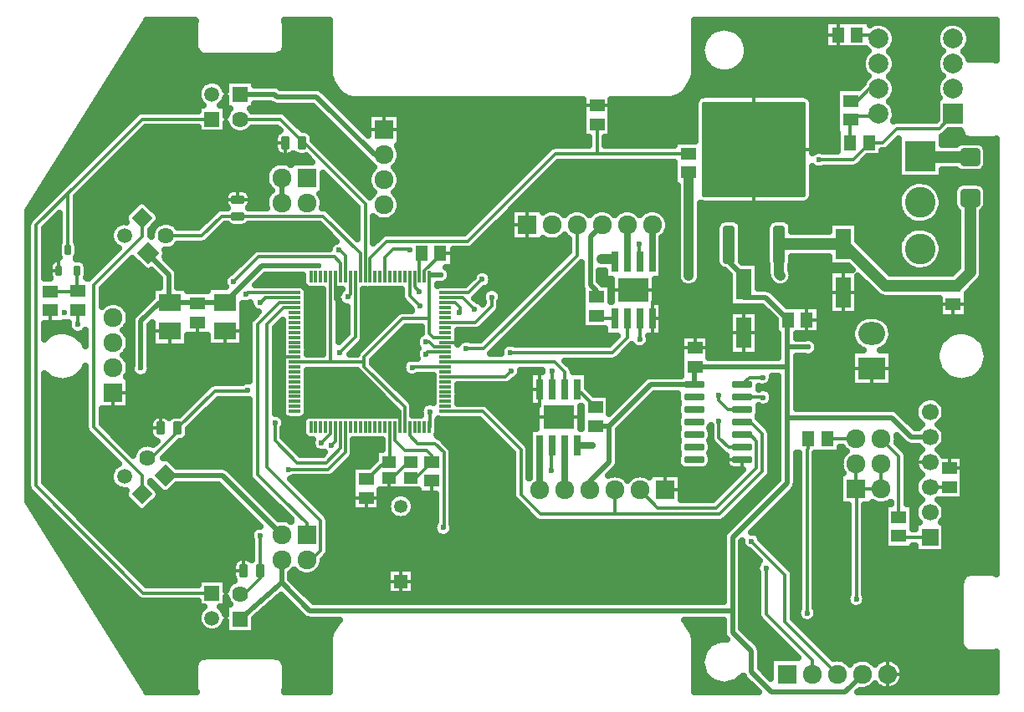
<source format=gbr>
G04 DipTrace 5.1.0.3*
G04 2 - Íèæíèé.gbr*
%MOMM*%
G04 #@! TF.FileFunction,Copper,L2,Bot*
G04 #@! TF.Part,Single*
%AMOUTLINE0*
4,1,28,
0.99997,0.56672,
1.00003,-0.56661,
0.98868,-0.65289,
0.95538,-0.73328,
0.90241,-0.80232,
0.83338,-0.8553,
0.75299,-0.8886,
0.66672,-0.89996,
-0.66662,-0.90004,
-0.75289,-0.88868,
-0.83329,-0.85539,
-0.90232,-0.80242,
-0.9553,-0.73339,
-0.98861,-0.65299,
-0.99997,-0.56672,
-1.00003,0.56661,
-0.98868,0.65289,
-0.95538,0.73328,
-0.90241,0.80232,
-0.83338,0.8553,
-0.75299,0.8886,
-0.66672,0.89996,
0.66662,0.90004,
0.75289,0.88868,
0.83329,0.85539,
0.90232,0.80242,
0.9553,0.73339,
0.98861,0.65299,
0.99997,0.56672,
0*%
%AMOUTLINE3*
4,1,28,
-0.99997,-0.56672,
-1.00003,0.56661,
-0.98868,0.65289,
-0.95538,0.73328,
-0.90241,0.80232,
-0.83338,0.8553,
-0.75299,0.8886,
-0.66672,0.89996,
0.66662,0.90004,
0.75289,0.88868,
0.83329,0.85539,
0.90232,0.80242,
0.9553,0.73339,
0.98861,0.65299,
0.99997,0.56672,
1.00003,-0.56661,
0.98868,-0.65289,
0.95538,-0.73328,
0.90241,-0.80232,
0.83338,-0.8553,
0.75299,-0.8886,
0.66672,-0.89996,
-0.66662,-0.90004,
-0.75289,-0.88868,
-0.83329,-0.85539,
-0.90232,-0.80242,
-0.9553,-0.73339,
-0.98861,-0.65299,
-0.99997,-0.56672,
0*%
%AMOUTLINE6*
4,1,4,
0.00002,-1.06066,
-1.06066,-0.00002,
-0.00002,1.06066,
1.06066,0.00002,
0.00002,-1.06066,
0*%
%AMOUTLINE9*
4,1,4,
1.06066,0.0,
0.0,-1.06066,
-1.06066,0.0,
0.0,1.06066,
1.06066,0.0,
0*%
%AMOUTLINE12*
4,1,28,
0.59987,1.66505,
0.60013,-1.66495,
0.59161,-1.72966,
0.56664,-1.78996,
0.52692,-1.84174,
0.47514,-1.88147,
0.41485,-1.90645,
0.35015,-1.91497,
-0.34985,-1.91503,
-0.41456,-1.90651,
-0.47486,-1.88154,
-0.52664,-1.84182,
-0.56637,-1.79004,
-0.59135,-1.72975,
-0.59987,-1.66505,
-0.60013,1.66495,
-0.59161,1.72966,
-0.56664,1.78996,
-0.52692,1.84174,
-0.47514,1.88147,
-0.41485,1.90645,
-0.35015,1.91497,
0.34985,1.91503,
0.41456,1.90651,
0.47486,1.88154,
0.52664,1.84182,
0.56637,1.79004,
0.59135,1.72975,
0.59987,1.66505,
0*%
%AMOUTLINE15*
4,1,28,
-5.26965,-4.6154,
-5.27035,4.6146,
-5.26184,4.6793,
-5.23687,4.7396,
-5.19714,4.79138,
-5.14537,4.83111,
-5.08507,4.85609,
-5.02037,4.86462,
5.01963,4.86538,
5.08433,4.85687,
5.14463,4.8319,
5.19641,4.79217,
5.23614,4.7404,
5.26112,4.6801,
5.26965,4.6154,
5.27035,-4.6146,
5.26184,-4.6793,
5.23687,-4.7396,
5.19714,-4.79138,
5.14537,-4.83111,
5.08507,-4.85609,
5.02037,-4.86462,
-5.01963,-4.86538,
-5.08433,-4.85687,
-5.14463,-4.8319,
-5.19641,-4.79217,
-5.23614,-4.7404,
-5.26112,-4.6801,
-5.26965,-4.6154,
0*%
%AMOUTLINE18*
4,1,4,
0.0,1.14551,
1.14551,0.0,
0.0,-1.14551,
-1.14551,0.0,
0.0,1.14551,
0*%
%AMOUTLINE21*
4,1,4,
1.14551,0.00003,
0.00003,-1.14551,
-1.14551,-0.00003,
-0.00003,1.14551,
1.14551,0.00003,
0*%
%AMOUTLINE24*
4,1,28,
-0.155,0.505,
0.155,0.505,
0.19382,0.49989,
0.23,0.4849,
0.26107,0.46107,
0.2849,0.43,
0.29989,0.39382,
0.305,0.355,
0.305,-0.355,
0.29989,-0.39382,
0.2849,-0.43,
0.26107,-0.46107,
0.23,-0.4849,
0.19382,-0.49989,
0.155,-0.505,
-0.155,-0.505,
-0.19382,-0.49989,
-0.23,-0.4849,
-0.26107,-0.46107,
-0.2849,-0.43,
-0.29989,-0.39382,
-0.305,-0.355,
-0.305,0.355,
-0.29989,0.39382,
-0.2849,0.43,
-0.26107,0.46107,
-0.23,0.4849,
-0.19382,0.49989,
-0.155,0.505,
0*%
%AMOUTLINE27*
4,1,28,
0.155,-0.505,
-0.155,-0.505,
-0.19382,-0.49989,
-0.23,-0.4849,
-0.26107,-0.46107,
-0.2849,-0.43,
-0.29989,-0.39382,
-0.305,-0.355,
-0.305,0.355,
-0.29989,0.39382,
-0.2849,0.43,
-0.26107,0.46107,
-0.23,0.4849,
-0.19382,0.49989,
-0.155,0.505,
0.155,0.505,
0.19382,0.49989,
0.23,0.4849,
0.26107,0.46107,
0.2849,0.43,
0.29989,0.39382,
0.305,0.355,
0.305,-0.355,
0.29989,-0.39382,
0.2849,-0.43,
0.26107,-0.46107,
0.23,-0.4849,
0.19382,-0.49989,
0.155,-0.505,
0*%
%AMOUTLINE36*
4,1,28,
-0.22002,0.65999,
0.21998,0.66001,
0.27692,0.65251,
0.32998,0.63054,
0.37555,0.59557,
0.41051,0.55001,
0.43249,0.49695,
0.43999,0.44001,
0.44001,-0.43999,
0.43252,-0.49693,
0.41054,-0.54999,
0.37558,-0.59555,
0.33002,-0.63052,
0.27696,-0.6525,
0.22002,-0.65999,
-0.21998,-0.66001,
-0.27692,-0.65251,
-0.32998,-0.63054,
-0.37555,-0.59557,
-0.41051,-0.55001,
-0.43249,-0.49695,
-0.43999,-0.44001,
-0.44001,0.43999,
-0.43252,0.49693,
-0.41054,0.54999,
-0.37558,0.59555,
-0.33002,0.63052,
-0.27696,0.6525,
-0.22002,0.65999,
0*%
%AMOUTLINE39*
4,1,28,
0.22002,-0.65999,
-0.21998,-0.66001,
-0.27692,-0.65251,
-0.32998,-0.63054,
-0.37555,-0.59557,
-0.41051,-0.55001,
-0.43249,-0.49695,
-0.43999,-0.44001,
-0.44001,0.43999,
-0.43252,0.49693,
-0.41054,0.54999,
-0.37558,0.59555,
-0.33002,0.63052,
-0.27696,0.6525,
-0.22002,0.65999,
0.21998,0.66001,
0.27692,0.65251,
0.32998,0.63054,
0.37555,0.59557,
0.41051,0.55001,
0.43249,0.49695,
0.43999,0.44001,
0.44001,-0.43999,
0.43252,-0.49693,
0.41054,-0.54999,
0.37558,-0.59555,
0.33002,-0.63052,
0.27696,-0.6525,
0.22002,-0.65999,
0*%
%AMOUTLINE42*
4,1,28,
0.65999,0.22003,
0.66001,-0.21997,
0.65251,-0.27691,
0.63054,-0.32997,
0.59558,-0.37554,
0.55002,-0.4105,
0.49696,-0.43248,
0.44002,-0.43998,
-0.43998,-0.44002,
-0.49692,-0.43252,
-0.54998,-0.41055,
-0.59555,-0.37559,
-0.63051,-0.33003,
-0.65249,-0.27697,
-0.65999,-0.22003,
-0.66001,0.21997,
-0.65251,0.27691,
-0.63054,0.32997,
-0.59558,0.37554,
-0.55002,0.4105,
-0.49696,0.43248,
-0.44002,0.43998,
0.43998,0.44002,
0.49692,0.43252,
0.54998,0.41055,
0.59555,0.37559,
0.63051,0.33003,
0.65249,0.27697,
0.65999,0.22003,
0*%
%AMOUTLINE45*
4,1,28,
-0.65999,-0.22003,
-0.66001,0.21997,
-0.65251,0.27691,
-0.63054,0.32997,
-0.59558,0.37554,
-0.55002,0.4105,
-0.49696,0.43248,
-0.44002,0.43998,
0.43998,0.44002,
0.49692,0.43252,
0.54998,0.41055,
0.59555,0.37559,
0.63051,0.33003,
0.65249,0.27697,
0.65999,0.22003,
0.66001,-0.21997,
0.65251,-0.27691,
0.63054,-0.32997,
0.59558,-0.37554,
0.55002,-0.4105,
0.49696,-0.43248,
0.44002,-0.43998,
-0.43998,-0.44002,
-0.49692,-0.43252,
-0.54998,-0.41055,
-0.59555,-0.37559,
-0.63051,-0.33003,
-0.65249,-0.27697,
-0.65999,-0.22003,
0*%
%AMOUTLINE48*
4,1,28,
-0.585,-0.07,
-0.585,0.07,
-0.58227,0.09071,
-0.57428,0.11,
-0.56157,0.12657,
-0.545,0.13928,
-0.52571,0.14727,
-0.505,0.15,
0.505,0.15,
0.52571,0.14727,
0.545,0.13928,
0.56157,0.12657,
0.57428,0.11,
0.58227,0.09071,
0.585,0.07,
0.585,-0.07,
0.58227,-0.09071,
0.57428,-0.11,
0.56157,-0.12657,
0.545,-0.13928,
0.52571,-0.14727,
0.505,-0.15,
-0.505,-0.15,
-0.52571,-0.14727,
-0.545,-0.13928,
-0.56157,-0.12657,
-0.57428,-0.11,
-0.58227,-0.09071,
-0.585,-0.07,
0*%
%AMOUTLINE51*
4,1,28,
-0.07,0.585,
0.07,0.585,
0.09071,0.58227,
0.11,0.57428,
0.12657,0.56157,
0.13928,0.545,
0.14727,0.52571,
0.15,0.505,
0.15,-0.505,
0.14727,-0.52571,
0.13928,-0.545,
0.12657,-0.56157,
0.11,-0.57428,
0.09071,-0.58227,
0.07,-0.585,
-0.07,-0.585,
-0.09071,-0.58227,
-0.11,-0.57428,
-0.12657,-0.56157,
-0.13928,-0.545,
-0.14727,-0.52571,
-0.15,-0.505,
-0.15,0.505,
-0.14727,0.52571,
-0.13928,0.545,
-0.12657,0.56157,
-0.11,0.57428,
-0.09071,0.58227,
-0.07,0.585,
0*%
%AMOUTLINE54*
4,1,28,
0.585,0.07,
0.585,-0.07,
0.58227,-0.09071,
0.57428,-0.11,
0.56157,-0.12657,
0.545,-0.13928,
0.52571,-0.14727,
0.505,-0.15,
-0.505,-0.15,
-0.52571,-0.14727,
-0.545,-0.13928,
-0.56157,-0.12657,
-0.57428,-0.11,
-0.58227,-0.09071,
-0.585,-0.07,
-0.585,0.07,
-0.58227,0.09071,
-0.57428,0.11,
-0.56157,0.12657,
-0.545,0.13928,
-0.52571,0.14727,
-0.505,0.15,
0.505,0.15,
0.52571,0.14727,
0.545,0.13928,
0.56157,0.12657,
0.57428,0.11,
0.58227,0.09071,
0.585,0.07,
0*%
%AMOUTLINE57*
4,1,28,
0.07,-0.585,
-0.07,-0.585,
-0.09071,-0.58227,
-0.11,-0.57428,
-0.12657,-0.56157,
-0.13928,-0.545,
-0.14727,-0.52571,
-0.15,-0.505,
-0.15,0.505,
-0.14727,0.52571,
-0.13928,0.545,
-0.12657,0.56157,
-0.11,0.57428,
-0.09071,0.58227,
-0.07,0.585,
0.07,0.585,
0.09071,0.58227,
0.11,0.57428,
0.12657,0.56157,
0.13928,0.545,
0.14727,0.52571,
0.15,0.505,
0.15,-0.505,
0.14727,-0.52571,
0.13928,-0.545,
0.12657,-0.56157,
0.11,-0.57428,
0.09071,-0.58227,
0.07,-0.585,
0*%
%AMOUTLINE60*
4,1,28,
-1.025,-0.165,
-1.025,0.165,
-1.01955,0.20641,
-1.00356,0.245,
-0.97814,0.27814,
-0.945,0.30356,
-0.90641,0.31955,
-0.865,0.325,
0.865,0.325,
0.90641,0.31955,
0.945,0.30356,
0.97814,0.27814,
1.00356,0.245,
1.01955,0.20641,
1.025,0.165,
1.025,-0.165,
1.01955,-0.20641,
1.00356,-0.245,
0.97814,-0.27814,
0.945,-0.30356,
0.90641,-0.31955,
0.865,-0.325,
-0.865,-0.325,
-0.90641,-0.31955,
-0.945,-0.30356,
-0.97814,-0.27814,
-1.00356,-0.245,
-1.01955,-0.20641,
-1.025,-0.165,
0*%
%AMOUTLINE63*
4,1,28,
1.025,0.165,
1.025,-0.165,
1.01955,-0.20641,
1.00356,-0.245,
0.97814,-0.27814,
0.945,-0.30356,
0.90641,-0.31955,
0.865,-0.325,
-0.865,-0.325,
-0.90641,-0.31955,
-0.945,-0.30356,
-0.97814,-0.27814,
-1.00356,-0.245,
-1.01955,-0.20641,
-1.025,-0.165,
-1.025,0.165,
-1.01955,0.20641,
-1.00356,0.245,
-0.97814,0.27814,
-0.945,0.30356,
-0.90641,0.31955,
-0.865,0.325,
0.865,0.325,
0.90641,0.31955,
0.945,0.30356,
0.97814,0.27814,
1.00356,0.245,
1.01955,0.20641,
1.025,0.165,
0*%
G04 #@! TA.AperFunction,Conductor*
%ADD14C,0.5*%
%ADD15C,0.3*%
G04 #@! TA.AperFunction,CopperBalancing*
%ADD16C,0.33*%
G04 #@! TA.AperFunction,Conductor*
%ADD17C,0.7*%
%ADD18C,1.2*%
%ADD19C,1.016*%
G04 #@! TA.AperFunction,CopperBalancing*
%ADD20C,0.635*%
G04 #@! TA.AperFunction,ComponentPad*
%ADD22R,2.7X2.3*%
%ADD23O,2.7X2.3*%
%ADD24R,1.7X1.7*%
%ADD25C,1.7*%
%ADD26R,1.92X1.92*%
%ADD27C,1.92*%
%ADD28R,1.3X1.5*%
%ADD29R,1.5X1.3*%
%ADD30R,1.6X3.15*%
%ADD31R,2.25X1.8*%
G04 #@! TA.AperFunction,ComponentPad*
%ADD32R,1.5X1.5*%
%ADD33C,1.5*%
%ADD36R,1.35X1.35*%
%ADD37C,1.35*%
%ADD38C,1.62*%
%ADD39R,1.62X1.62*%
%ADD41R,2.0X2.0*%
%ADD42C,2.0*%
%ADD43R,3.1X3.1*%
%ADD44C,3.1*%
%ADD45R,0.7X2.15*%
%ADD46R,3.1X2.4*%
%ADD47R,1.4X1.15*%
G04 #@! TA.AperFunction,ViaPad*
%ADD48C,0.6*%
%ADD110OUTLINE0*%
%ADD113OUTLINE3*%
G04 #@! TA.AperFunction,ComponentPad*
%ADD116OUTLINE6*%
%ADD119OUTLINE9*%
%ADD122OUTLINE12*%
%ADD125OUTLINE15*%
G04 #@! TA.AperFunction,ComponentPad*
%ADD128OUTLINE18*%
%ADD131OUTLINE21*%
%ADD134OUTLINE24*%
%ADD137OUTLINE27*%
%ADD146OUTLINE36*%
%ADD149OUTLINE39*%
%ADD152OUTLINE42*%
%ADD155OUTLINE45*%
%ADD158OUTLINE48*%
%ADD161OUTLINE51*%
%ADD164OUTLINE54*%
%ADD167OUTLINE57*%
%ADD170OUTLINE60*%
%ADD173OUTLINE63*%
%FSLAX35Y35*%
G04*
G71*
G90*
G75*
G01*
G04 Bottom*
%LPD*%
X8794650Y4869157D2*
D14*
X8569267Y5094540D1*
X8346957D1*
Y5225480D1*
X3802710Y4440603D2*
D15*
X4165210D1*
Y5303103D1*
X5327710Y4690603D2*
X5208463D1*
X5165877Y4733190D1*
Y4877980D1*
X4892997D1*
X4506367Y4491350D1*
Y4438163D1*
Y4395037D1*
X4915210Y3986193D1*
Y3778103D1*
X5165210Y5303103D2*
X5165877D1*
Y4877980D1*
X5281537Y5321363D2*
D14*
X5278627Y5324273D1*
X5181747D1*
D15*
X5165210Y5307737D1*
Y5303103D1*
X8346957Y5225480D2*
D14*
Y5304023D1*
X8195273Y5455707D1*
Y5630983D1*
X6843757Y3790367D2*
X6986327D1*
Y3429703D1*
X6788610Y3231987D1*
Y3142587D1*
X7852163Y4391620D2*
X7845293Y4384750D1*
Y4209037D1*
X7852163Y4391620D2*
X8786177D1*
Y3876783D1*
X9843417D1*
X10040230Y3679970D1*
X10231100D1*
X6855117Y5098737D2*
Y5159983D1*
X6792547Y5222553D1*
Y5707740D1*
X6912753Y5827947D1*
X2537833Y5041263D2*
X2813130D1*
X2821530Y5032863D1*
X2835030Y5046363D1*
X3097327D1*
X2537833Y5041263D2*
X2526837Y5030267D1*
Y5324963D1*
X2319237Y5532563D1*
Y5539460D1*
X3097327Y5046363D2*
X3468027Y5417063D1*
X4043737D1*
X8786177Y3876783D2*
Y3213707D1*
X8234020Y2661550D1*
Y1919063D1*
Y1702280D1*
X8422707Y1513593D1*
Y1301280D1*
X8625433Y1098553D1*
X9372703D1*
X9544630Y1270480D1*
Y1278540D1*
X7845293Y4209037D2*
X7404997D1*
X6986327Y3790367D1*
X8794650Y4869157D2*
X8786177Y4860683D1*
Y4592990D1*
Y4391620D1*
X3670237Y6306663D2*
Y6052663D1*
X3249133Y7151863D2*
X3594547D1*
X3619847Y7126563D1*
X4022340D1*
X4609240Y6539663D1*
X4705250D1*
X8234020Y1919063D2*
X3955337D1*
X3670283Y2204117D1*
Y2436727D1*
X3249140Y1838063D2*
X3670283Y2204117D1*
X8786177Y4592990D2*
X8996737Y4590463D1*
X4165210Y4440603D2*
D15*
X4506367Y4438163D1*
X3670277Y2690727D2*
D14*
X3070543Y3290460D1*
X2491537D1*
X2537833Y5041263D2*
X2432137D1*
X2244937Y4854063D1*
Y4379863D1*
X7787753Y6549873D2*
D16*
X6860553D1*
X6437983D1*
D15*
X5552127Y5664017D1*
X4734090D1*
X4565210Y5495137D1*
Y5303103D1*
X6860553Y6847857D2*
D16*
Y6549873D1*
X4989157Y4384303D2*
D15*
Y4390603D1*
X5327710D1*
X3802710Y4990603D2*
D16*
X3686077D1*
X3520437Y4824963D1*
Y3372820D1*
X4060973Y2832283D1*
Y2530103D1*
X3967603Y2436733D1*
X3924283D1*
X3802710Y5040603D2*
D15*
X3644577D1*
X3423937Y4819963D1*
D16*
Y3300063D1*
X3686327Y3037673D1*
X3690330D1*
X3924277Y2803727D1*
Y2690733D1*
X3450663Y5042003D2*
D15*
X3456740D1*
X3505340Y5090603D1*
X3802710D1*
X3309220Y5126273D2*
X3323550Y5140603D1*
X3802710D1*
X8987910Y1896240D2*
D16*
X8985617D1*
Y3550987D1*
X8999357Y3564727D1*
Y3659290D1*
X9189357Y3659300D2*
X9190223Y3660167D1*
X9484710D1*
X4315210Y5303103D2*
D15*
Y5514990D1*
X4256537Y5573663D1*
X4251337D1*
X1605440Y4967963D2*
D16*
X1610537Y4962867D1*
Y4819763D1*
X4265210Y5303103D2*
D15*
Y5442890D1*
D16*
X4203637Y5504463D1*
X3432137D1*
X3182037Y5254363D1*
X9422730Y6662143D2*
Y6876153D1*
X9475417Y6928840D1*
X9710457D1*
Y6953527D1*
X9422730Y6662143D2*
Y6895353D1*
X9429070D1*
X9429063Y7085353D2*
X9498107D1*
X9620280Y7207527D1*
X9710447D1*
X9612730Y6662157D2*
Y6649130D1*
X9452463Y6488863D1*
X9111640D1*
X4963737Y5574463D2*
D15*
X4956693Y5581507D1*
X4797867D1*
X4715210Y5498850D1*
Y5303103D1*
X10464707Y6953553D2*
D16*
X10449597Y6938443D1*
Y6931640D1*
X10323707Y6805750D1*
X9895953D1*
X9752360Y6662157D1*
X9612730D1*
X3802710Y4490603D2*
D15*
X3609607D1*
X5273207Y5542037D2*
Y5519633D1*
X5115210Y5361637D1*
Y5303103D1*
X5327710Y4640603D2*
X5432757D1*
D16*
X5523280Y4731127D1*
X4215210Y5303103D2*
D15*
Y5130163D1*
D16*
Y5078050D1*
X4248180Y5045080D1*
X4865210Y3778103D2*
D15*
Y3944010D1*
D16*
X4772153Y4037067D1*
X4754947Y3266930D2*
Y3227680D1*
X4954193Y3426927D1*
X4974947D1*
X8332293Y3701037D2*
X8414997D1*
X8476253Y3639780D1*
Y3369997D1*
X8069653Y2963397D1*
X7475810D1*
X7296610Y3142600D1*
X7042610Y3142593D2*
Y2896633D1*
X6292697D1*
X6089917Y3099413D1*
D15*
Y3550983D1*
X5700297Y3940603D1*
X5327710D1*
X8332293Y3828037D2*
D16*
X8417070D1*
X8533990Y3711117D1*
Y3330820D1*
X8100567Y2897397D1*
X7042610D1*
Y3142593D1*
X8096110Y3844457D2*
Y3672990D1*
X8195063Y3574037D1*
X8332293D1*
X5327710Y4840603D2*
D15*
X5630730D1*
X5797057Y5006930D1*
Y5097797D1*
X6534627Y3591230D2*
D17*
Y3142600D1*
X6534610Y3142580D1*
X6280627Y3591230D2*
Y3142593D1*
X6280610Y3142577D1*
X5327710Y4440603D2*
D15*
X5528550D1*
D16*
X6433407D1*
X6534627Y4339383D1*
Y4166230D1*
X5069007Y5007710D2*
D15*
X4965210Y5111507D1*
Y5303103D1*
X6404313Y4352233D2*
D16*
X6407627Y4348920D1*
Y4166230D1*
X4524537Y3252263D2*
X4535037D1*
X4709700Y3426927D1*
X4754947D1*
X4720317Y3392297D1*
X4715607D1*
D15*
X4765210Y3441900D1*
Y3778103D1*
X4974947Y3266930D2*
D16*
X5031243D1*
X5189693Y3425380D1*
Y3492180D1*
D15*
X5134807Y3547067D1*
X4918133D1*
X4815210Y3649990D1*
Y3778103D1*
X2311933Y3470067D2*
D16*
X2354540D1*
X2629690Y3745217D1*
X2615737Y3759170D1*
Y3769567D1*
X2991910Y4145740D1*
X3319013D1*
X3326537Y4153263D1*
X4337210Y5098063D2*
D15*
X4365210Y5126063D1*
Y5303103D1*
X3227140Y5916963D2*
D16*
X3059537D1*
X2861643Y5719070D1*
X2498837D1*
X3227140Y5916963D2*
X4088537D1*
X4465210Y5540290D1*
Y5450517D1*
D15*
Y5303103D1*
X3453537Y2326967D2*
D16*
Y2251563D1*
X3294037Y2092063D1*
X3249133D1*
X4415210Y5303103D2*
D15*
Y4906590D1*
D16*
Y4694337D1*
X4248137Y4527263D1*
X4254837Y4531263D1*
X3453537Y2326967D2*
X3454137Y2327567D1*
Y2682663D1*
X3249140Y6897863D2*
X3659537D1*
X3876537Y6680863D1*
Y6659467D1*
X3900033D1*
X4515210Y6044290D1*
Y5450637D1*
D15*
Y5303103D1*
X5305037Y2762763D2*
X5311473Y2756327D1*
Y3524830D1*
X5222840Y3613463D1*
X5048237D1*
X4965210Y3696490D1*
Y3778103D1*
X9738710Y3406167D2*
D16*
Y3152167D1*
X9484710D2*
Y3406167D1*
Y3152167D2*
X9484890Y3151987D1*
Y2039627D1*
X9484710Y3152167D2*
X9738710D1*
X8332293Y4082037D2*
X8540850D1*
X8541827Y4081060D1*
X8332293Y4209037D2*
X8405147Y4281890D1*
X8536610D1*
X6658753Y5827940D2*
Y5521123D1*
X5714873Y4577243D1*
X5537090D1*
X5167660Y3937187D2*
D15*
Y3780553D1*
X5165210Y3778103D1*
X8088493Y4100540D2*
D16*
Y4054463D1*
X8187920Y3955037D1*
X8332293D1*
X5327710Y5140603D2*
D15*
X5563873D1*
X5700217Y5276947D1*
X7165167Y5455840D2*
D17*
Y5826367D1*
X7166753Y5827953D1*
X7419167Y5455840D2*
Y5826373D1*
X7420753Y5827963D1*
X5327710Y4290603D2*
D15*
X5935277D1*
X5989273Y4344600D1*
Y4348937D1*
X7165167Y4880840D2*
D16*
Y4684810D1*
X7016747Y4536390D1*
X5984927D1*
X5065090Y5155203D2*
D15*
X5015210Y5205083D1*
Y5303103D1*
X7292167Y4880840D2*
D16*
Y4672773D1*
X7294080Y4670860D1*
X4072037Y3622363D2*
D15*
X4165210Y3715537D1*
Y3778103D1*
X5126937Y4518663D2*
X5148877Y4540603D1*
X5327710D1*
Y5040603D2*
X5425400D1*
X5473540Y4992463D1*
Y4958013D1*
X5470010Y4954483D1*
Y4939403D1*
X9290630Y1278540D2*
D16*
X8763050Y1806120D1*
Y2285937D1*
X8425387Y2623600D1*
X4315210Y3778103D2*
D15*
Y3527937D1*
X4137737Y3350463D1*
X3742937D1*
X4265210Y3778103D2*
Y3567137D1*
X4117627Y3419553D1*
X3827203D1*
X3601793Y3644963D1*
Y3824337D1*
X9738710Y3660167D2*
D16*
X9915980Y3482897D1*
Y2867387D1*
X10231117Y3171970D2*
X10233600Y3174453D1*
X10424950D1*
X4175337Y3593363D2*
D15*
X4215210Y3633237D1*
Y3778103D1*
X5127337Y4640763D2*
X5161290D1*
X5211450Y4590603D1*
X5327710D1*
Y5090603D2*
X5503737D1*
X5621410Y4972930D1*
X9036630Y1278540D2*
D16*
Y1419070D1*
X8571453Y1884247D1*
Y2351313D1*
X6905420Y5479823D2*
D19*
X7014183D1*
D17*
X7038167Y5455840D1*
X7790143Y5317050D2*
D19*
Y6357490D1*
X7787760Y6359873D1*
X10636737Y6104620D2*
D18*
Y5348033D1*
X10501300Y5212597D1*
X10464987D1*
X9355897Y5636023D2*
X9779323Y5212597D1*
X10464987D1*
X9355897Y5636023D2*
X8708277D1*
X8703273Y5631023D1*
D19*
Y5332843D1*
X8718077Y5318040D1*
X6661627Y3591230D2*
D17*
X6817133Y3592320D1*
X5065210Y5303103D2*
D15*
Y5524033D1*
X5083207Y5542030D1*
X7291223Y5638307D2*
D16*
Y5456783D1*
X7292167Y5455840D1*
X6407627Y3591230D2*
X6395837Y3579440D1*
Y3339270D1*
X6661627Y4166230D2*
X6843757Y3984100D1*
Y3980367D1*
X6855117Y4908737D2*
X6883013Y4880840D1*
X7038167D1*
X1324333Y5153763D2*
X1605433D1*
Y5157963D1*
X1601637Y5368563D2*
Y5157963D1*
X1605433D1*
X10129747Y6526743D2*
D18*
X10139870Y6516620D1*
X10636713D1*
X9710430Y7715527D2*
D16*
X9669830Y7756127D1*
X9490753D1*
X2964630Y2100163D2*
X2270737D1*
X1184537Y3186363D1*
Y5827963D1*
X1563337Y6206763D1*
X2256737Y6900163D1*
X2964640D1*
X1506637Y5579563D2*
Y6150063D1*
X1563337Y6206763D1*
X2258043Y3100763D2*
Y3287157D1*
X1767237Y3777963D1*
Y5220163D1*
X2258040Y5710967D1*
Y5900567D1*
X9915987Y2677387D2*
X9929403Y2663970D1*
X10231133D1*
D48*
X9111640Y6488863D3*
X4337210Y5098063D3*
X5305037Y2762763D3*
X4963737Y5574463D3*
X4251337Y5573663D3*
X3601793Y3824337D3*
X3742937Y3350463D3*
X8996737Y4590463D3*
X3326537Y4153263D3*
X3309220Y5126273D3*
X5281537Y5321363D3*
X7294080Y4670860D3*
X5470010Y4939403D3*
X5621410Y4972930D3*
X4989157Y4384303D3*
X4400137Y5911863D3*
X6404313Y4352233D3*
X2110437Y7157563D3*
X6905420Y5479823D3*
X5989273Y4348937D3*
X5984927Y4536390D3*
X5069007Y5007710D3*
X5065090Y5155203D3*
X7291223Y5638307D3*
X4254837Y4531263D3*
X6817133Y3592320D3*
X6395837Y3339270D3*
X8718077Y5318040D3*
X8096110Y3844457D3*
X5797057Y5097797D3*
X8088493Y4100540D3*
X5700217Y5276947D3*
X8536610Y4281890D3*
X8541827Y4081060D3*
X5537090Y4577243D3*
X5167660Y3937187D3*
X4175337Y3593363D3*
X4072037Y3622363D3*
X5127337Y4640763D3*
X5126937Y4518663D3*
X4043737Y5417063D3*
X7790143Y5317050D3*
X9484890Y2039627D3*
X3450663Y5042003D3*
X3454137Y2682663D3*
X3200737Y5731763D3*
X8848503Y2423967D3*
X4184280Y4206917D3*
X8054853Y2572917D3*
X9188503Y1902193D3*
X4025980Y2252197D3*
X7178117Y4358460D3*
X7472197Y6848897D3*
X10752533Y7733393D3*
X8095390Y5132460D3*
X5118687Y6436840D3*
X3904137Y7003963D3*
X6420017Y4957997D3*
X1616727Y4183537D3*
X4001137Y4579963D3*
X5054347Y4116047D3*
X5999547Y2285323D3*
X4036937Y3160063D3*
X8571453Y2351313D3*
X8987910Y1896240D3*
X8425387Y2623600D3*
X7989437Y5831763D3*
X2735637Y5395163D3*
X4054037Y5724663D3*
X4603637Y4834863D3*
X2327837Y5157163D3*
X1467437Y4938663D3*
X3046437Y3666663D3*
X2244937Y4379863D3*
X3182037Y5254363D3*
X1610537Y4819763D3*
X8021337Y1725863D3*
X8451637Y1723163D3*
X2271063Y7839083D2*
D20*
X2785687D1*
X3714310D2*
X4145903D1*
X7854110D2*
X9163570D1*
X9827417D2*
X10347737D1*
X10581740D2*
X10895890D1*
X2231597Y7775917D2*
X2785687D1*
X3714310D2*
X4145903D1*
X7854110D2*
X7996130D1*
X8303870D2*
X9163570D1*
X9871257D2*
X10303897D1*
X10625537D2*
X10895890D1*
X2192130Y7712750D2*
X2785687D1*
X3714310D2*
X4145903D1*
X7854110D2*
X7939847D1*
X8360150D2*
X9163570D1*
X9882607D2*
X10292550D1*
X10636930D2*
X10895890D1*
X2152663Y7649583D2*
X2785687D1*
X3714310D2*
X4145903D1*
X7854110D2*
X7920160D1*
X8379840D2*
X9163570D1*
X9868980D2*
X10306220D1*
X10623257D2*
X10895890D1*
X2113197Y7586417D2*
X2806423D1*
X3693577D2*
X4145903D1*
X7854110D2*
X7911547D1*
X8388453D2*
X9594963D1*
X9825913D2*
X10349243D1*
X10580237D2*
X10895890D1*
X2073733Y7523250D2*
X4145903D1*
X7854110D2*
X7927450D1*
X8372547D2*
X9550167D1*
X9870710D2*
X10304443D1*
X10625033D2*
X10895890D1*
X2034220Y7460083D2*
X4145903D1*
X7854110D2*
X7960173D1*
X8339870D2*
X9538227D1*
X9882650D2*
X10292550D1*
X1994753Y7396917D2*
X4145903D1*
X7854110D2*
X8029580D1*
X8270420D2*
X9551350D1*
X9869527D2*
X10305673D1*
X1955287Y7333750D2*
X4151553D1*
X7848413D2*
X9596513D1*
X9824363D2*
X10350747D1*
X1915823Y7270583D2*
X2879020D1*
X3050270D2*
X3095947D1*
X3402320D2*
X4179123D1*
X7820887D2*
X9550713D1*
X9870210D2*
X10304943D1*
X1876357Y7207417D2*
X2827887D1*
X4070100D2*
X4221233D1*
X7778823D2*
X9281880D1*
X9882650D2*
X10292503D1*
X1836890Y7144250D2*
X2817770D1*
X4139507D2*
X4275010D1*
X7725003D2*
X7913963D1*
X8984637D2*
X9281880D1*
X9870120D2*
X10305037D1*
X1797423Y7081083D2*
X2837867D1*
X4202670D2*
X6713343D1*
X7007730D2*
X7853077D1*
X9045250D2*
X9281880D1*
X9824137D2*
X10292503D1*
X1757957Y7017917D2*
X2817450D1*
X3402320D2*
X3996150D1*
X4265837D2*
X6713343D1*
X7007730D2*
X7849977D1*
X9048347D2*
X9281880D1*
X9869663D2*
X10292503D1*
X1718490Y6954750D2*
X2188500D1*
X3725477D2*
X4059313D1*
X4329000D2*
X4537053D1*
X4873413D2*
X6713343D1*
X7007777D2*
X7849977D1*
X9048393D2*
X9281880D1*
X9882650D2*
X10292503D1*
X1679027Y6891583D2*
X2125337D1*
X3788640D2*
X4122477D1*
X4392163D2*
X4537053D1*
X4873413D2*
X6713343D1*
X7007777D2*
X7849977D1*
X9048393D2*
X9281880D1*
X9870667D2*
X10286717D1*
X1639560Y6828417D2*
X2062170D1*
X3851807D2*
X4185640D1*
X4455327D2*
X4537053D1*
X4873413D2*
X6713343D1*
X7007777D2*
X7849977D1*
X9048393D2*
X9281880D1*
X1600047Y6765250D2*
X1999007D1*
X2244630D2*
X2817450D1*
X3111837D2*
X3179710D1*
X3318557D2*
X3616753D1*
X3967333D2*
X4248807D1*
X4873413D2*
X6713343D1*
X7007777D2*
X7849977D1*
X9048393D2*
X9281880D1*
X10406010D2*
X10541470D1*
X1560580Y6702083D2*
X1935843D1*
X2181467D2*
X3591327D1*
X3992717D2*
X4311970D1*
X4873413D2*
X6771860D1*
X6949260D2*
X7849977D1*
X9048393D2*
X9285523D1*
X10356930D2*
X10598207D1*
X1521113Y6638917D2*
X1872680D1*
X2118303D2*
X3591327D1*
X4043393D2*
X4375133D1*
X4873413D2*
X6771860D1*
X6949260D2*
X7640570D1*
X9048393D2*
X9285523D1*
X9851937D2*
X9902537D1*
X10784083D2*
X10895890D1*
X1481650Y6575750D2*
X1809517D1*
X2055140D2*
X3600803D1*
X4106557D2*
X4438343D1*
X4869357D2*
X6343153D1*
X9158453D2*
X9285523D1*
X9749943D2*
X9902537D1*
X10808877D2*
X10895890D1*
X1442183Y6512583D2*
X1746350D1*
X1991973D2*
X3924100D1*
X4169723D2*
X4501507D1*
X4871180D2*
X6279990D1*
X9599007D2*
X9902537D1*
X10808920D2*
X10895890D1*
X1402717Y6449417D2*
X1683187D1*
X1928810D2*
X3587633D1*
X4232887D2*
X4564533D1*
X4845933D2*
X6216827D1*
X6458210D2*
X7640570D1*
X9535840D2*
X9902537D1*
X10808373D2*
X10895890D1*
X1363250Y6386250D2*
X1620023D1*
X1865647D2*
X3522967D1*
X4296050D2*
X4572100D1*
X4838413D2*
X6153663D1*
X6395047D2*
X7640570D1*
X9048440D2*
X9902537D1*
X10356930D2*
X10497307D1*
X10776110D2*
X10895890D1*
X1323783Y6323083D2*
X1556860D1*
X1802483D2*
X3502867D1*
X4359213D2*
X4541430D1*
X4869083D2*
X6090497D1*
X6331883D2*
X7640570D1*
X9048440D2*
X9902537D1*
X10356930D2*
X10895890D1*
X1284317Y6259917D2*
X1493693D1*
X1739317D2*
X3508930D1*
X4092430D2*
X4176753D1*
X4422377D2*
X4539107D1*
X4871407D2*
X6027333D1*
X6268720D2*
X7640570D1*
X9048440D2*
X10036840D1*
X10222670D2*
X10553273D1*
X10720237D2*
X10895890D1*
X1244853Y6196750D2*
X1430530D1*
X1676153D2*
X3545070D1*
X4092430D2*
X4239920D1*
X4485543D2*
X4563670D1*
X4846843D2*
X5964170D1*
X6205557D2*
X7667140D1*
X9048440D2*
X9952577D1*
X10306890D2*
X10471103D1*
X10802360D2*
X10895890D1*
X1205340Y6133583D2*
X1367367D1*
X1612990D2*
X3092757D1*
X3361530D2*
X3523693D1*
X4070737D2*
X4303130D1*
X4837363D2*
X5901007D1*
X6142390D2*
X7667140D1*
X9048440D2*
X9916343D1*
X10343167D2*
X10464540D1*
X10808920D2*
X10895890D1*
X1165873Y6070417D2*
X1304157D1*
X1595353D2*
X2235303D1*
X2280770D2*
X3088930D1*
X3365313D2*
X3503003D1*
X4091473D2*
X4366293D1*
X4868763D2*
X5837843D1*
X6079227D2*
X7667140D1*
X9021960D2*
X9902993D1*
X10356520D2*
X10464540D1*
X10808920D2*
X10895890D1*
X1126407Y6007250D2*
X1240993D1*
X1595353D2*
X2159197D1*
X2356923D2*
X3109710D1*
X3344580D2*
X3508520D1*
X4085913D2*
X4426493D1*
X4871637D2*
X5774677D1*
X6016063D2*
X7667140D1*
X7913127D2*
X9908140D1*
X10351323D2*
X10473290D1*
X10800217D2*
X10895890D1*
X1104123Y5944083D2*
X1177830D1*
X1595353D2*
X2096213D1*
X2419860D2*
X2963830D1*
X4184213D2*
X4426493D1*
X4847757D2*
X5711513D1*
X7539840D2*
X7667140D1*
X7913127D2*
X9933433D1*
X10326030D2*
X10504553D1*
X10768953D2*
X10895890D1*
X1360287Y5880917D2*
X1417953D1*
X1595353D2*
X2082770D1*
X2433303D2*
X2900667D1*
X4247377D2*
X4426493D1*
X4603893D2*
X4640003D1*
X4770557D2*
X5648350D1*
X5889733D2*
X5982537D1*
X7580033D2*
X7667140D1*
X7913127D2*
X8117947D1*
X8272560D2*
X8625857D1*
X8780653D2*
X9989763D1*
X10269747D2*
X10504553D1*
X10768953D2*
X10895890D1*
X1297123Y5817750D2*
X1417953D1*
X1595353D2*
X1969750D1*
X2613953D2*
X2837503D1*
X3083127D2*
X3134867D1*
X3319377D2*
X4064920D1*
X4310543D2*
X4426493D1*
X4603893D2*
X5585187D1*
X5826570D2*
X5982537D1*
X7588647D2*
X7667140D1*
X7913127D2*
X8065357D1*
X8325150D2*
X8573357D1*
X8833197D2*
X9203677D1*
X9508087D2*
X10504553D1*
X10768953D2*
X10895890D1*
X1273243Y5754583D2*
X1417953D1*
X1595353D2*
X1935297D1*
X3019963D2*
X4128130D1*
X4373707D2*
X4426493D1*
X4603893D2*
X5522023D1*
X5763360D2*
X5982537D1*
X7571377D2*
X7667140D1*
X7913127D2*
X8063077D1*
X8327477D2*
X8571077D1*
X9508087D2*
X9979873D1*
X10279637D2*
X10504553D1*
X10768953D2*
X10895890D1*
X1273243Y5691417D2*
X1417953D1*
X1595353D2*
X1934387D1*
X2956800D2*
X4191293D1*
X4603893D2*
X4640777D1*
X5700197D2*
X5982537D1*
X6498043D2*
X6565460D1*
X7526350D2*
X7667140D1*
X7913127D2*
X8063077D1*
X8327477D2*
X8571077D1*
X9508087D2*
X9928923D1*
X10330587D2*
X10504553D1*
X10768953D2*
X10895890D1*
X1273243Y5628250D2*
X1405010D1*
X1608250D2*
X1966057D1*
X2620607D2*
X4166183D1*
X5637033D2*
X6570063D1*
X7526350D2*
X7667140D1*
X7913127D2*
X8063077D1*
X8327477D2*
X8571077D1*
X9548010D2*
X9906500D1*
X10353010D2*
X10504553D1*
X10768953D2*
X10895890D1*
X1273243Y5565083D2*
X1403917D1*
X1609343D2*
X1989347D1*
X2500797D2*
X3370070D1*
X5410400D2*
X6570063D1*
X7526350D2*
X7667140D1*
X7913127D2*
X8063077D1*
X8327477D2*
X8571077D1*
X9611173D2*
X9903630D1*
X10355880D2*
X10504553D1*
X10768953D2*
X10895890D1*
X1273243Y5501917D2*
X1415810D1*
X1597497D2*
X1926183D1*
X2494233D2*
X3306767D1*
X5410400D2*
X6516743D1*
X7526350D2*
X7667140D1*
X7913127D2*
X8063077D1*
X8327477D2*
X8571077D1*
X8835477D2*
X9203677D1*
X9674337D2*
X9919490D1*
X10340020D2*
X10504553D1*
X10768953D2*
X10895890D1*
X1273243Y5438750D2*
X1316737D1*
X1696527D2*
X1863017D1*
X2108640D2*
X2205910D1*
X2547873D2*
X3243603D1*
X5410400D2*
X6453577D1*
X7526350D2*
X7667140D1*
X7913127D2*
X8066813D1*
X8499150D2*
X8574813D1*
X8831740D2*
X9203677D1*
X9737503D2*
X9959457D1*
X10300007D2*
X10504553D1*
X10768953D2*
X10895890D1*
X1273243Y5375583D2*
X1308943D1*
X1704317D2*
X1799853D1*
X2045477D2*
X2269253D1*
X2608620D2*
X3180440D1*
X5366923D2*
X6390413D1*
X6636037D2*
X6695343D1*
X7526350D2*
X7667140D1*
X7913127D2*
X8135220D1*
X8499150D2*
X8580283D1*
X8826270D2*
X9431997D1*
X9800667D2*
X10058713D1*
X10200797D2*
X10479943D1*
X10768953D2*
X10895890D1*
X1273243Y5312417D2*
X1311630D1*
X1701673D2*
X1736690D1*
X1982313D2*
X2404560D1*
X2624027D2*
X3099410D1*
X3498203D2*
X3878023D1*
X5383330D2*
X5604827D1*
X5795627D2*
X6327250D1*
X6572873D2*
X6695343D1*
X6889740D2*
X6930953D1*
X7526350D2*
X7667230D1*
X7913037D2*
X8194737D1*
X8499150D2*
X8582060D1*
X8840947D2*
X9203720D1*
X10763803D2*
X10895890D1*
X1919150Y5249250D2*
X2429627D1*
X2624027D2*
X3079950D1*
X3435040D2*
X3878070D1*
X5351017D2*
X5551827D1*
X5798317D2*
X6264087D1*
X6509710D2*
X6695343D1*
X6900680D2*
X7001457D1*
X7455847D2*
X7688877D1*
X7891433D2*
X8194737D1*
X8499150D2*
X8615557D1*
X8818613D2*
X9203720D1*
X9508133D2*
X9558323D1*
X10722287D2*
X10895890D1*
X1855983Y5186083D2*
X2353153D1*
X2722553D2*
X2912607D1*
X5840743D2*
X6200920D1*
X6446543D2*
X6702997D1*
X7455847D2*
X8194737D1*
X8499150D2*
X9203720D1*
X9508133D2*
X9621487D1*
X10659123D2*
X10895890D1*
X1855940Y5122917D2*
X2353153D1*
X3932650D2*
X4077997D1*
X4502403D2*
X4878030D1*
X5895887D2*
X6137757D1*
X6383337D2*
X6707920D1*
X7455847D2*
X8194737D1*
X8675743D2*
X9203720D1*
X9508133D2*
X9684697D1*
X10612183D2*
X10895890D1*
X1855940Y5059750D2*
X2315783D1*
X3932423D2*
X4077997D1*
X4502403D2*
X4896760D1*
X5668387D2*
X5702720D1*
X5891377D2*
X6074547D1*
X6320170D2*
X6707920D1*
X7455847D2*
X8194737D1*
X8738907D2*
X9203720D1*
X9508133D2*
X10317797D1*
X10612183D2*
X10895890D1*
X2092370Y4996583D2*
X2252620D1*
X3282007D2*
X3359907D1*
X3933427D2*
X4077997D1*
X4252390D2*
X4328010D1*
X4502403D2*
X4959423D1*
X5883583D2*
X6011383D1*
X6257007D2*
X6707920D1*
X7526350D2*
X8532387D1*
X9121857D2*
X9203720D1*
X9508133D2*
X10317797D1*
X10612183D2*
X10895890D1*
X2126460Y4933417D2*
X2189457D1*
X3282007D2*
X3416690D1*
X3933427D2*
X4077997D1*
X4252390D2*
X4328010D1*
X4502403D2*
X4827763D1*
X5844253D2*
X5948220D1*
X6193843D2*
X6707920D1*
X7526350D2*
X8194783D1*
X8499193D2*
X8595550D1*
X9121857D2*
X9203720D1*
X9508133D2*
X10317797D1*
X10612183D2*
X10895890D1*
X3282053Y4870250D2*
X3352387D1*
X3932197D2*
X4077997D1*
X4252390D2*
X4326507D1*
X4503907D2*
X4764553D1*
X5781043D2*
X5885057D1*
X6130680D2*
X6707920D1*
X7526350D2*
X8194783D1*
X8499193D2*
X8657440D1*
X9121857D2*
X9504820D1*
X9776877D2*
X10895890D1*
X1273243Y4807083D2*
X1509190D1*
X2109460D2*
X2147757D1*
X3282053D2*
X3335250D1*
X3625353D2*
X3672627D1*
X3932787D2*
X4077997D1*
X4252390D2*
X4326507D1*
X4503907D2*
X4701390D1*
X5717880D2*
X5821890D1*
X6067513D2*
X6707920D1*
X7526350D2*
X8194783D1*
X8499193D2*
X8657440D1*
X9121857D2*
X9452640D1*
X9829103D2*
X10895890D1*
X1273243Y4743917D2*
X1377073D1*
X2091233D2*
X2147757D1*
X3282053D2*
X3335250D1*
X3609130D2*
X3671990D1*
X3933427D2*
X4077997D1*
X4252390D2*
X4326507D1*
X4503907D2*
X4638227D1*
X4879610D2*
X5078690D1*
X5458433D2*
X5758727D1*
X6004350D2*
X6930953D1*
X7526350D2*
X8194783D1*
X8499193D2*
X8657440D1*
X9121857D2*
X9434503D1*
X9847197D2*
X10477073D1*
X10622937D2*
X10895890D1*
X1633180Y4680750D2*
X1678540D1*
X2722553D2*
X2912653D1*
X3282053D2*
X3335250D1*
X3609130D2*
X3672080D1*
X3933337D2*
X4077997D1*
X4502770D2*
X4575063D1*
X4816447D2*
X5033890D1*
X5458340D2*
X5695563D1*
X5941187D2*
X7038277D1*
X7395783D2*
X7704963D1*
X7999350D2*
X8194783D1*
X8499193D2*
X8688973D1*
X9035270D2*
X9439517D1*
X9842183D2*
X10366833D1*
X10733180D2*
X10895890D1*
X2722553Y4617583D2*
X2912653D1*
X3282053D2*
X3335250D1*
X3609130D2*
X3673767D1*
X3931650D2*
X4077997D1*
X4461253D2*
X4511897D1*
X4753283D2*
X5027967D1*
X5878023D2*
X5927620D1*
X7380107D2*
X7704963D1*
X7999350D2*
X8194783D1*
X8499193D2*
X8688973D1*
X9095013D2*
X9470093D1*
X9811603D2*
X10314560D1*
X10785450D2*
X10895890D1*
X2110280Y4554417D2*
X2147757D1*
X2342157D2*
X3335250D1*
X3609130D2*
X3672307D1*
X3933107D2*
X4077997D1*
X4398087D2*
X4448733D1*
X4690120D2*
X5031657D1*
X5814860D2*
X5884417D1*
X7157573D2*
X7704963D1*
X7999350D2*
X8194783D1*
X8499193D2*
X8688973D1*
X9091917D2*
X9433683D1*
X9848060D2*
X10296470D1*
X10803543D2*
X10895890D1*
X2090003Y4491250D2*
X2147757D1*
X2342157D2*
X3335250D1*
X3609130D2*
X3671990D1*
X4626953D2*
X5028740D1*
X7094410D2*
X7704963D1*
X7999350D2*
X8688973D1*
X8883373D2*
X9433683D1*
X9848060D2*
X10286077D1*
X10813933D2*
X10895890D1*
X2342157Y4428083D2*
X3335250D1*
X3609130D2*
X3672217D1*
X4594007D2*
X4897537D1*
X6568727D2*
X7704963D1*
X8883373D2*
X9433683D1*
X9848060D2*
X10301163D1*
X10798850D2*
X10895890D1*
X2345983Y4364917D2*
X3335250D1*
X3609130D2*
X3674087D1*
X4657170D2*
X4888923D1*
X6619267D2*
X7704963D1*
X8883373D2*
X9433683D1*
X9848060D2*
X10324087D1*
X10775927D2*
X10895890D1*
X1615680Y4301750D2*
X1678540D1*
X2111057D2*
X2183030D1*
X2306837D2*
X3335250D1*
X3609130D2*
X3672127D1*
X3933290D2*
X4478950D1*
X4720333D2*
X4934087D1*
X5044220D2*
X5197133D1*
X6079043D2*
X6173440D1*
X6768837D2*
X7704963D1*
X8883373D2*
X9433683D1*
X9848060D2*
X10384333D1*
X10715680D2*
X10895890D1*
X1273243Y4238583D2*
X1678540D1*
X2132383D2*
X3276507D1*
X3609130D2*
X3671990D1*
X3933427D2*
X4542113D1*
X4783497D2*
X5196997D1*
X6003940D2*
X6173440D1*
X6768837D2*
X7299730D1*
X8628483D2*
X8688973D1*
X8883373D2*
X9433683D1*
X9848060D2*
X10895890D1*
X1273243Y4175417D2*
X1678540D1*
X2132383D2*
X2898753D1*
X3609130D2*
X3672443D1*
X3932970D2*
X4605277D1*
X4846663D2*
X5197450D1*
X5457977D2*
X6173440D1*
X6775263D2*
X7236567D1*
X8565047D2*
X8688973D1*
X8883373D2*
X10895890D1*
X1273243Y4112250D2*
X1678540D1*
X2132383D2*
X2835590D1*
X3609130D2*
X3673493D1*
X3931923D2*
X4668487D1*
X4909827D2*
X5198453D1*
X5456930D2*
X6173440D1*
X6838427D2*
X7173357D1*
X7443043D2*
X7671743D1*
X8638830D2*
X8688973D1*
X8883373D2*
X10895890D1*
X1273243Y4049083D2*
X1678540D1*
X2132383D2*
X2772427D1*
X3018050D2*
X3335250D1*
X3609130D2*
X3672033D1*
X3933380D2*
X4731650D1*
X4972990D2*
X5197040D1*
X5458387D2*
X6173440D1*
X6990960D2*
X7110193D1*
X7379877D2*
X7672243D1*
X8638557D2*
X8688973D1*
X8883373D2*
X10127257D1*
X10334917D2*
X10895890D1*
X1273243Y3985917D2*
X1678540D1*
X2132383D2*
X2709260D1*
X2954883D2*
X3335250D1*
X3609130D2*
X3671990D1*
X3933427D2*
X4794813D1*
X5002430D2*
X5078780D1*
X5775667D2*
X6243943D1*
X6990960D2*
X7047027D1*
X7316713D2*
X7671880D1*
X8559807D2*
X8688973D1*
X8883373D2*
X10083097D1*
X10379077D2*
X10895890D1*
X1273243Y3922750D2*
X1678540D1*
X1855940D2*
X2646097D1*
X2891720D2*
X3335250D1*
X3609130D2*
X3672810D1*
X3932607D2*
X4827993D1*
X5002430D2*
X5066567D1*
X5838830D2*
X6243943D1*
X7253550D2*
X7672153D1*
X8505437D2*
X8688973D1*
X9932280D2*
X10074300D1*
X10387873D2*
X10895890D1*
X1273243Y3859583D2*
X1678540D1*
X1855940D2*
X2343540D1*
X2828557D2*
X3335250D1*
X3697267D2*
X3884813D1*
X5254860D2*
X5660610D1*
X5901993D2*
X6243943D1*
X7190387D2*
X7671970D1*
X8508353D2*
X8688973D1*
X9995443D2*
X10093487D1*
X10368687D2*
X10895890D1*
X1273243Y3796417D2*
X1678540D1*
X1871617D2*
X2330550D1*
X2765393D2*
X3335250D1*
X3699820D2*
X3878023D1*
X5254860D2*
X5723773D1*
X5965157D2*
X6243943D1*
X7127223D2*
X7672017D1*
X8571520D2*
X8688973D1*
X10058610D2*
X10128850D1*
X10333367D2*
X10895890D1*
X1273243Y3733250D2*
X1691753D1*
X1934780D2*
X2330550D1*
X2731943D2*
X3335250D1*
X3688973D2*
X3878023D1*
X5252397D2*
X5786983D1*
X6028323D2*
X6173440D1*
X7083517D2*
X7672107D1*
X8619643D2*
X8688973D1*
X10378577D2*
X10895890D1*
X1273243Y3670083D2*
X1752320D1*
X1997943D2*
X2350283D1*
X2712210D2*
X3335250D1*
X3697360D2*
X3905550D1*
X5286897D2*
X5850147D1*
X6091487D2*
X6173440D1*
X7083517D2*
X7671880D1*
X8622697D2*
X8688973D1*
X10387963D2*
X10895890D1*
X1273243Y3606917D2*
X1815487D1*
X2061110D2*
X2252303D1*
X2614180D2*
X3335250D1*
X3760523D2*
X3971083D1*
X4402417D2*
X4678010D1*
X5350060D2*
X5913310D1*
X7083517D2*
X7672243D1*
X8622697D2*
X8688973D1*
X9914780D2*
X9979873D1*
X10369417D2*
X10895890D1*
X1273243Y3543750D2*
X1878650D1*
X2124273D2*
X2178563D1*
X2551017D2*
X3335250D1*
X3823687D2*
X4010870D1*
X4402417D2*
X4612750D1*
X5396407D2*
X5976473D1*
X7083517D2*
X7671743D1*
X8018810D2*
X8102543D1*
X8622697D2*
X8688973D1*
X9326570D2*
X9365913D1*
X9977943D2*
X10130493D1*
X10331727D2*
X10895890D1*
X1273243Y3480583D2*
X1941813D1*
X2487853D2*
X3335250D1*
X4387103D2*
X4612750D1*
X5398687D2*
X6002723D1*
X7083517D2*
X7672380D1*
X8018217D2*
X8159373D1*
X8622697D2*
X8688973D1*
X9074323D2*
X9334653D1*
X10004697D2*
X10084143D1*
X10572123D2*
X10895890D1*
X1273243Y3417417D2*
X2004977D1*
X2578590D2*
X3335250D1*
X4325400D2*
X4577387D1*
X5398687D2*
X6002723D1*
X7082697D2*
X7671650D1*
X8018947D2*
X8158643D1*
X8622697D2*
X8688973D1*
X9074323D2*
X9316923D1*
X10004697D2*
X10074163D1*
X10572123D2*
X10895890D1*
X1273243Y3354250D2*
X1952160D1*
X3141597D2*
X3335250D1*
X4262233D2*
X4377320D1*
X5398687D2*
X6002723D1*
X7045693D2*
X7722783D1*
X7967813D2*
X8209777D1*
X8622697D2*
X8688973D1*
X9074323D2*
X9325080D1*
X10004697D2*
X10092027D1*
X10572123D2*
X10895890D1*
X1273243Y3291083D2*
X1931650D1*
X3204760D2*
X3335707D1*
X4198980D2*
X4377320D1*
X5398687D2*
X6002723D1*
X7113367D2*
X7225857D1*
X7718803D2*
X8274533D1*
X8612490D2*
X8688973D1*
X9074323D2*
X9316513D1*
X10004697D2*
X10132223D1*
X10572170D2*
X10895890D1*
X1273243Y3227917D2*
X1941357D1*
X3267923D2*
X3373260D1*
X3788140D2*
X4377320D1*
X5398687D2*
X6002723D1*
X7718803D2*
X8211370D1*
X8553883D2*
X8665550D1*
X9074323D2*
X9316513D1*
X10004697D2*
X10084690D1*
X10572170D2*
X10895890D1*
X1328980Y3164750D2*
X1991623D1*
X2579863D2*
X3061403D1*
X3331090D2*
X3436423D1*
X3851303D2*
X4377320D1*
X5398687D2*
X6002723D1*
X7718803D2*
X8148207D1*
X8490717D2*
X8602387D1*
X9074323D2*
X9316513D1*
X10004697D2*
X10074073D1*
X10572170D2*
X10895890D1*
X1104307Y3101583D2*
X1146520D1*
X1392143D2*
X2079763D1*
X2436310D2*
X3124567D1*
X3394253D2*
X3499587D1*
X3914467D2*
X4377320D1*
X4671753D2*
X4819380D1*
X4931473D2*
X5224293D1*
X5398687D2*
X6001267D1*
X7718803D2*
X8085043D1*
X8427553D2*
X8539223D1*
X8808863D2*
X8896923D1*
X9074323D2*
X9316513D1*
X10004697D2*
X10091343D1*
X10572170D2*
X10895890D1*
X1104307Y3038417D2*
X1209683D1*
X1455307D2*
X2114853D1*
X2401220D2*
X3187777D1*
X3457417D2*
X3562750D1*
X3977633D2*
X4377320D1*
X4671753D2*
X4750290D1*
X5000560D2*
X5224293D1*
X5398687D2*
X6028110D1*
X8364390D2*
X8476057D1*
X8745697D2*
X8896923D1*
X9074323D2*
X9316513D1*
X10004697D2*
X10133957D1*
X10328310D2*
X10895890D1*
X1137073Y2975250D2*
X1272850D1*
X1518473D2*
X2178017D1*
X2338057D2*
X3250940D1*
X3520580D2*
X3626280D1*
X4040797D2*
X4377320D1*
X4671753D2*
X4735753D1*
X5015100D2*
X5224293D1*
X5398687D2*
X6091273D1*
X8301227D2*
X8412893D1*
X8682533D2*
X8896923D1*
X9074323D2*
X9396177D1*
X9573577D2*
X9768780D1*
X10377027D2*
X10895890D1*
X1176583Y2912083D2*
X1336013D1*
X1581637D2*
X3314107D1*
X3583747D2*
X3693090D1*
X4104007D2*
X4753070D1*
X4997780D2*
X5224293D1*
X5398687D2*
X6154437D1*
X8238060D2*
X8349730D1*
X8619370D2*
X8896923D1*
X9074323D2*
X9396177D1*
X9573577D2*
X9768780D1*
X10388193D2*
X10895890D1*
X1216050Y2848917D2*
X1399177D1*
X1644800D2*
X3377270D1*
X3710847D2*
X3756070D1*
X4147983D2*
X4835010D1*
X4915840D2*
X5224293D1*
X5398687D2*
X6217600D1*
X8174897D2*
X8286567D1*
X8556207D2*
X8896923D1*
X9074323D2*
X9396177D1*
X9573577D2*
X9768780D1*
X10371603D2*
X10895890D1*
X1255517Y2785750D2*
X1462340D1*
X1707963D2*
X3440433D1*
X4149670D2*
X5205653D1*
X5404430D2*
X8223403D1*
X8493043D2*
X8896923D1*
X9074323D2*
X9396177D1*
X9573577D2*
X9768780D1*
X10388330D2*
X10895890D1*
X1294983Y2722583D2*
X1525503D1*
X1771127D2*
X3360637D1*
X4149670D2*
X5211670D1*
X5398413D2*
X8160373D1*
X8429877D2*
X8896923D1*
X9074323D2*
X9396177D1*
X9573577D2*
X9768780D1*
X10388330D2*
X10895890D1*
X1334493Y2659417D2*
X1588670D1*
X1834293D2*
X3354803D1*
X4149670D2*
X8136813D1*
X8520660D2*
X8896923D1*
X9074323D2*
X9396177D1*
X9573577D2*
X9768780D1*
X10388330D2*
X10895890D1*
X1373960Y2596250D2*
X1651833D1*
X1897457D2*
X3365420D1*
X4149670D2*
X8136813D1*
X8575530D2*
X8896923D1*
X9074323D2*
X9396177D1*
X9573577D2*
X9768780D1*
X10388330D2*
X10895890D1*
X1413427Y2533083D2*
X1714997D1*
X1960620D2*
X3365420D1*
X4149670D2*
X8136813D1*
X8331213D2*
X8387510D1*
X8638693D2*
X8896923D1*
X9074323D2*
X9396177D1*
X9573577D2*
X10073937D1*
X10388330D2*
X10895890D1*
X1452937Y2469917D2*
X1778160D1*
X2023783D2*
X3365420D1*
X4123603D2*
X8136813D1*
X8331213D2*
X8456280D1*
X8701903D2*
X8896923D1*
X9074323D2*
X9396177D1*
X9573577D2*
X10895890D1*
X1492403Y2406750D2*
X1841327D1*
X2086947D2*
X3175973D1*
X4089697D2*
X8136813D1*
X8331213D2*
X8486903D1*
X8765067D2*
X8896923D1*
X9074323D2*
X9396177D1*
X9573577D2*
X10895890D1*
X1531870Y2343583D2*
X1904490D1*
X2150113D2*
X3168317D1*
X4062990D2*
X4735707D1*
X5015100D2*
X8136813D1*
X8331213D2*
X8469587D1*
X8828230D2*
X8896923D1*
X9074323D2*
X9396177D1*
X9573577D2*
X10895890D1*
X1571383Y2280417D2*
X1967653D1*
X2213277D2*
X3168363D1*
X3767497D2*
X3875973D1*
X3972573D2*
X4735707D1*
X5015100D2*
X8136813D1*
X8331213D2*
X8482757D1*
X8851747D2*
X8896923D1*
X9074323D2*
X9396177D1*
X9573577D2*
X10571637D1*
X1610847Y2217250D2*
X2030817D1*
X2276440D2*
X2817450D1*
X3111837D2*
X3166040D1*
X3791967D2*
X4735707D1*
X5015100D2*
X8136813D1*
X8331213D2*
X8482757D1*
X8851747D2*
X8896923D1*
X9074323D2*
X9396177D1*
X9573577D2*
X10537093D1*
X1650313Y2154083D2*
X2094027D1*
X3855133D2*
X4735707D1*
X5015100D2*
X8136813D1*
X8331213D2*
X8482757D1*
X8851747D2*
X8896923D1*
X9074323D2*
X9396177D1*
X9573577D2*
X10535680D1*
X1689780Y2090917D2*
X2157190D1*
X3918297D2*
X4735707D1*
X5015100D2*
X8136813D1*
X8331213D2*
X8482757D1*
X8851747D2*
X8896923D1*
X9074323D2*
X9396177D1*
X9573577D2*
X10535680D1*
X1729293Y2027750D2*
X2225187D1*
X3612227D2*
X3711820D1*
X3981460D2*
X8136813D1*
X8331213D2*
X8482757D1*
X8851747D2*
X8896923D1*
X9074323D2*
X9383413D1*
X9586337D2*
X10535680D1*
X1768757Y1964583D2*
X2817450D1*
X3539540D2*
X3774983D1*
X8331213D2*
X8482757D1*
X8851747D2*
X8896923D1*
X9074323D2*
X9418917D1*
X9550880D2*
X10535680D1*
X1808223Y1901417D2*
X2828753D1*
X3466850D2*
X3838147D1*
X8331213D2*
X8482757D1*
X8851747D2*
X8885850D1*
X9089957D2*
X10535680D1*
X1847737Y1838250D2*
X2817680D1*
X3402320D2*
X3907463D1*
X8331213D2*
X8496793D1*
X8853753D2*
X8905263D1*
X9070587D2*
X10535680D1*
X1887203Y1775083D2*
X2836683D1*
X3402320D2*
X4209567D1*
X7790443D2*
X8136813D1*
X8331213D2*
X8557817D1*
X8916917D2*
X10535680D1*
X1926670Y1711917D2*
X2915660D1*
X3013627D2*
X3095947D1*
X3402320D2*
X4168643D1*
X7831370D2*
X8136813D1*
X8359193D2*
X8620980D1*
X8980080D2*
X10535680D1*
X1966180Y1648750D2*
X4148180D1*
X7851830D2*
X8154267D1*
X8422403D2*
X8684143D1*
X9043243D2*
X10535680D1*
X2005647Y1585583D2*
X4145903D1*
X7854110D2*
X8005837D1*
X8485567D2*
X8747307D1*
X9106407D2*
X10536683D1*
X2045113Y1522417D2*
X4145903D1*
X7854110D2*
X7945590D1*
X8519473D2*
X8810473D1*
X9169573D2*
X10568583D1*
X2084580Y1459250D2*
X4145903D1*
X7854110D2*
X7922757D1*
X8519883D2*
X8873637D1*
X9232737D2*
X10895890D1*
X2124090Y1396083D2*
X2796033D1*
X3703967D2*
X4145903D1*
X7854110D2*
X7910773D1*
X8519883D2*
X8614417D1*
X9916240D2*
X10895890D1*
X2163557Y1332917D2*
X2785687D1*
X3714310D2*
X4145903D1*
X7854110D2*
X7924853D1*
X8525900D2*
X8614417D1*
X9957437D2*
X10895890D1*
X2203023Y1269750D2*
X2785687D1*
X3714310D2*
X4145903D1*
X7854110D2*
X7951377D1*
X9966597D2*
X10895890D1*
X2242533Y1206583D2*
X2785687D1*
X3714310D2*
X4145903D1*
X7854110D2*
X8014813D1*
X8285183D2*
X8382587D1*
X9949963D2*
X10895890D1*
X2282000Y1143417D2*
X2785913D1*
X3714083D2*
X4145903D1*
X7854110D2*
X8445753D1*
X9640067D2*
X9703200D1*
X9894090D2*
X10895890D1*
X9447787Y4557297D2*
X9556867D1*
X9552590Y4558973D1*
X9531610Y4569150D1*
X9512113Y4581937D1*
X9494427Y4597130D1*
X9478840Y4614470D1*
X9465613Y4633673D1*
X9454967Y4654420D1*
X9447077Y4676360D1*
X9442077Y4699137D1*
X9440050Y4722363D1*
X9441027Y4745660D1*
X9444993Y4768640D1*
X9451883Y4790913D1*
X9461583Y4812120D1*
X9473930Y4831900D1*
X9488720Y4849927D1*
X9505703Y4865900D1*
X9524603Y4879557D1*
X9545103Y4890667D1*
X9566863Y4899050D1*
X9589520Y4904560D1*
X9612697Y4907113D1*
X9620850Y4907297D1*
X9660850D1*
X9684120Y4905793D1*
X9707000Y4901310D1*
X9729117Y4893920D1*
X9750097Y4883743D1*
X9769593Y4870957D1*
X9787280Y4855763D1*
X9802870Y4838423D1*
X9816097Y4819220D1*
X9826740Y4798473D1*
X9834630Y4776533D1*
X9839630Y4753757D1*
X9841657Y4730530D1*
X9840680Y4707233D1*
X9836713Y4684253D1*
X9829823Y4661980D1*
X9820123Y4640773D1*
X9807777Y4620993D1*
X9792987Y4602967D1*
X9776003Y4586993D1*
X9757103Y4573337D1*
X9736603Y4562227D1*
X9723790Y4557290D1*
X9841710Y4557297D1*
Y4195597D1*
X9440010D1*
Y4557297D1*
X9447787D1*
X9996370Y3500743D2*
X9988167Y3522527D1*
X9974210Y3541127D1*
X9895210Y3620150D1*
X9898880Y3636913D1*
X9900560Y3660167D1*
X9898943Y3682980D1*
X9896767Y3694953D1*
X9976953Y3614780D1*
X9995590Y3600843D1*
X10017153Y3592100D1*
X10040230Y3589120D1*
X10111100Y3589127D1*
X10114583Y3584160D1*
X10130577Y3567497D1*
X10148923Y3553470D1*
X10149740Y3552937D1*
X10146907Y3551133D1*
X10140573Y3546630D1*
X10134483Y3541810D1*
X10128647Y3536683D1*
X10123083Y3531260D1*
X10117807Y3525560D1*
X10112830Y3519597D1*
X10108167Y3513383D1*
X10103830Y3506940D1*
X10099830Y3500280D1*
X10096180Y3493423D1*
X10092887Y3486387D1*
X10089960Y3479190D1*
X10087407Y3471853D1*
X10085237Y3464397D1*
X10083450Y3456837D1*
X10082057Y3449193D1*
X10081060Y3441490D1*
X10080460Y3433743D1*
X10080260Y3425980D1*
X10080460Y3418213D1*
X10081057Y3410470D1*
X10082053Y3402763D1*
X10083447Y3395123D1*
X10085230Y3387563D1*
X10087400Y3380103D1*
X10089953Y3372767D1*
X10092880Y3365570D1*
X10096173Y3358533D1*
X10099823Y3351677D1*
X10103820Y3345017D1*
X10108157Y3338573D1*
X10112820Y3332360D1*
X10117797Y3326393D1*
X10123070Y3320693D1*
X10128633Y3315270D1*
X10134470Y3310140D1*
X10140560Y3305320D1*
X10146890Y3300820D1*
X10149757Y3298953D1*
X10149300Y3298707D1*
X10130913Y3284730D1*
X10114877Y3268113D1*
X10101563Y3249243D1*
X10091283Y3228560D1*
X10084283Y3206553D1*
X10080727Y3183733D1*
X10080693Y3160637D1*
X10084187Y3137810D1*
X10091123Y3115780D1*
X10101340Y3095070D1*
X10114600Y3076160D1*
X10130593Y3059497D1*
X10148940Y3045470D1*
X10149767Y3044953D1*
X10149310Y3044707D1*
X10130923Y3030730D1*
X10114883Y3014113D1*
X10101570Y2995243D1*
X10091293Y2974560D1*
X10084293Y2952553D1*
X10080737Y2929733D1*
X10080703Y2906637D1*
X10084193Y2883810D1*
X10091130Y2861780D1*
X10101350Y2841070D1*
X10114610Y2822160D1*
X10121050Y2814820D1*
X10080283D1*
X10080270Y2746320D1*
X10056837Y2746327D1*
X10056830Y2998237D1*
X9998330Y2998230D1*
Y3482643D1*
X9996370Y3500743D1*
X10369607Y6737380D2*
X10381970Y6747553D1*
X10422130Y6787700D1*
X10542760D1*
X10546073Y6770800D1*
X10554753Y6749190D1*
X10567867Y6729947D1*
X10584803Y6713960D1*
X10604773Y6701980D1*
X10626847Y6694560D1*
X10650000Y6692050D1*
X10850000D1*
X10862440Y6692770D1*
X10885170Y6697943D1*
X10902253Y6705527D1*
X10902250Y2294480D1*
X10889493Y2300467D1*
X10867003Y2306600D1*
X10849950Y2307950D1*
X10650000D1*
X10637560Y2307230D1*
X10614850Y2302067D1*
X10593777Y2292153D1*
X10575323Y2277950D1*
X10560340Y2260120D1*
X10549533Y2239493D1*
X10543400Y2217003D1*
X10542050Y2199950D1*
Y1600000D1*
X10542770Y1587560D1*
X10547933Y1564850D1*
X10557847Y1543777D1*
X10572050Y1525323D1*
X10589880Y1510340D1*
X10610507Y1499533D1*
X10632997Y1493400D1*
X10650050Y1492050D1*
X10830000D1*
X10856230Y1492230D1*
X10879200Y1496073D1*
X10900810Y1504753D1*
X10902250Y1505520D1*
Y1106380D1*
X10901293Y1099423D1*
X10901013Y1098983D1*
X10900573Y1098703D1*
X10898067Y1098330D1*
X10893630Y1097747D1*
X9500370Y1097737D1*
X9521047Y1118440D1*
X9521377Y1118370D1*
X9544410Y1116690D1*
X9567443Y1118307D1*
X9590017Y1123183D1*
X9611663Y1131223D1*
X9631947Y1142263D1*
X9650453Y1156077D1*
X9666803Y1172383D1*
X9671657Y1178247D1*
X9674360Y1174847D1*
X9679473Y1169007D1*
X9684863Y1163420D1*
X9690513Y1158100D1*
X9696410Y1153053D1*
X9702547Y1148297D1*
X9708900Y1143840D1*
X9715463Y1139693D1*
X9722213Y1135867D1*
X9729143Y1132367D1*
X9736230Y1129203D1*
X9743463Y1126383D1*
X9750820Y1123913D1*
X9758290Y1121797D1*
X9765850Y1120043D1*
X9773487Y1118653D1*
X9781183Y1117633D1*
X9788917Y1116983D1*
X9796673Y1116703D1*
X9804437Y1116793D1*
X9812183Y1117260D1*
X9819900Y1118093D1*
X9827570Y1119297D1*
X9835170Y1120870D1*
X9842690Y1122803D1*
X9850103Y1125093D1*
X9857403Y1127737D1*
X9864563Y1130730D1*
X9871577Y1134060D1*
X9878420Y1137723D1*
X9885080Y1141710D1*
X9891540Y1146013D1*
X9897787Y1150620D1*
X9903807Y1155520D1*
X9909583Y1160707D1*
X9915103Y1166160D1*
X9920360Y1171873D1*
X9925333Y1177833D1*
X9930017Y1184023D1*
X9934397Y1190433D1*
X9938463Y1197043D1*
X9942210Y1203840D1*
X9945627Y1210810D1*
X9948707Y1217937D1*
X9951437Y1225200D1*
X9953820Y1232590D1*
X9955843Y1240083D1*
X9957507Y1247663D1*
X9958807Y1255317D1*
X9959733Y1263023D1*
X9960293Y1270767D1*
X9960480Y1278540D1*
X9960293Y1286283D1*
X9959737Y1294027D1*
X9958810Y1301733D1*
X9957513Y1309387D1*
X9955850Y1316970D1*
X9953830Y1324463D1*
X9951447Y1331850D1*
X9948717Y1339117D1*
X9945640Y1346243D1*
X9942223Y1353213D1*
X9938480Y1360013D1*
X9934413Y1366623D1*
X9930033Y1373033D1*
X9925350Y1379223D1*
X9920380Y1385183D1*
X9915127Y1390897D1*
X9909603Y1396353D1*
X9903827Y1401540D1*
X9897810Y1406440D1*
X9891563Y1411050D1*
X9885103Y1415353D1*
X9878443Y1419340D1*
X9871603Y1423007D1*
X9864593Y1426340D1*
X9857430Y1429330D1*
X9850133Y1431977D1*
X9842717Y1434270D1*
X9835200Y1436203D1*
X9827600Y1437777D1*
X9819930Y1438983D1*
X9812213Y1439820D1*
X9804467Y1440283D1*
X9796703Y1440380D1*
X9788947Y1440100D1*
X9781213Y1439450D1*
X9773517Y1438430D1*
X9765880Y1437043D1*
X9758320Y1435290D1*
X9750850Y1433177D1*
X9743490Y1430707D1*
X9736260Y1427890D1*
X9729170Y1424727D1*
X9722240Y1421230D1*
X9715487Y1417403D1*
X9708927Y1413257D1*
X9702570Y1408800D1*
X9696433Y1404047D1*
X9690533Y1399000D1*
X9684883Y1393680D1*
X9679493Y1388093D1*
X9674380Y1382257D1*
X9671393Y1378590D1*
X9661403Y1390607D1*
X9644267Y1406087D1*
X9625100Y1418967D1*
X9604297Y1428990D1*
X9582280Y1435950D1*
X9559493Y1439707D1*
X9536407Y1440180D1*
X9513487Y1437367D1*
X9491200Y1431317D1*
X9470000Y1422157D1*
X9450323Y1410073D1*
X9432563Y1395313D1*
X9417397Y1378597D1*
X9413093Y1384363D1*
X9396787Y1400713D1*
X9378320Y1414577D1*
X9358067Y1425673D1*
X9336440Y1433770D1*
X9313883Y1438710D1*
X9290850Y1440390D1*
X9267817Y1438773D1*
X9250600Y1435053D1*
X9134753Y1550880D1*
X8845400Y1840230D1*
Y2285873D1*
X8843440Y2303803D1*
X8835237Y2325567D1*
X8821280Y2344167D1*
X8518133Y2647323D1*
X8510337Y2667993D1*
X8497243Y2687033D1*
X8479977Y2702387D1*
X8459533Y2713160D1*
X8437110Y2718730D1*
X8419710Y2718760D1*
X8850417Y3149467D1*
X8854130Y3153407D1*
X8867220Y3172647D1*
X8874993Y3194600D1*
X8877027Y3213753D1*
Y3518440D1*
X8903267Y3518443D1*
X8903260Y1941137D1*
X8903117Y1940933D1*
X8894887Y1919343D1*
X8892060Y1896410D1*
X8894803Y1873467D1*
X8902960Y1851847D1*
X8916053Y1832807D1*
X8933320Y1817453D1*
X8953763Y1806680D1*
X8976187Y1801110D1*
X8999293Y1801070D1*
X9021740Y1806560D1*
X9042220Y1817260D1*
X9059543Y1832553D1*
X9072703Y1851547D1*
X9080933Y1873137D1*
X9083760Y1896240D1*
X9081017Y1919013D1*
X9072860Y1940633D1*
X9067967Y1948927D1*
X9067977Y3518440D1*
X9320207Y3518450D1*
X9320190Y3577817D1*
X9345727Y3577823D1*
X9348433Y3572850D1*
X9362247Y3554343D1*
X9378553Y3537993D1*
X9384653Y3532933D1*
X9378887Y3528630D1*
X9362537Y3512323D1*
X9348673Y3493857D1*
X9337577Y3473603D1*
X9329480Y3451977D1*
X9324540Y3429420D1*
X9322860Y3406387D1*
X9324477Y3383353D1*
X9329353Y3360780D1*
X9337393Y3339133D1*
X9348433Y3318850D1*
X9351640Y3314017D1*
X9322860D1*
Y2990317D1*
X9402540Y2990323D1*
X9402527Y2087827D1*
X9400097Y2084320D1*
X9391867Y2062730D1*
X9389040Y2039797D1*
X9391783Y2016853D1*
X9399940Y1995233D1*
X9413033Y1976193D1*
X9430300Y1960840D1*
X9450743Y1950067D1*
X9473167Y1944497D1*
X9496273Y1944457D1*
X9518720Y1949947D1*
X9539200Y1960647D1*
X9556523Y1975940D1*
X9569683Y1994933D1*
X9577913Y2016523D1*
X9580740Y2039627D1*
X9577997Y2062400D1*
X9569840Y2084020D1*
X9567240Y2088680D1*
Y2990317D1*
X9646560D1*
X9646543Y3019147D1*
X9666663Y3007237D1*
X9688023Y2998460D1*
X9710413Y2992810D1*
X9733380Y2990403D1*
X9756457Y2991293D1*
X9761087Y2991870D1*
X9765700Y2992583D1*
X9770287Y2993427D1*
X9775130Y2994467D1*
X9775137Y2546537D1*
X10056837D1*
X10056843Y2581620D1*
X10080283Y2581640D1*
Y2513120D1*
X10381983D1*
Y2814820D1*
X10341003Y2814827D1*
X10354387Y2831007D1*
X10366217Y2850843D1*
X10374880Y2872250D1*
X10380173Y2894730D1*
X10381977Y2917970D1*
X10380240Y2940783D1*
X10375010Y2963280D1*
X10366407Y2984713D1*
X10354633Y3004580D1*
X10339967Y3022420D1*
X10322747Y3037810D1*
X10313840Y3043597D1*
X10565800Y3043603D1*
X10565793Y3495303D1*
X10365037D1*
X10362397Y3500263D1*
X10358397Y3506923D1*
X10354060Y3513370D1*
X10349400Y3519583D1*
X10344423Y3525547D1*
X10339147Y3531250D1*
X10333583Y3536670D1*
X10327750Y3541800D1*
X10321660Y3546620D1*
X10315327Y3551123D1*
X10312090Y3553227D1*
X10322377Y3559870D1*
X10339640Y3575210D1*
X10354360Y3593007D1*
X10366190Y3612843D1*
X10374857Y3634250D1*
X10380150Y3656730D1*
X10381950Y3679970D1*
X10380217Y3702783D1*
X10374987Y3725280D1*
X10366383Y3746713D1*
X10354610Y3766580D1*
X10339940Y3784420D1*
X10322720Y3799810D1*
X10312080Y3807227D1*
X10322370Y3813870D1*
X10339633Y3829210D1*
X10354353Y3847007D1*
X10366183Y3866843D1*
X10374847Y3888250D1*
X10380140Y3910730D1*
X10381943Y3933970D1*
X10380207Y3956783D1*
X10374977Y3979280D1*
X10366373Y4000713D1*
X10354600Y4020580D1*
X10339933Y4038420D1*
X10322713Y4053810D1*
X10303347Y4066390D1*
X10282287Y4075867D1*
X10260023Y4082020D1*
X10237087Y4084700D1*
X10214007Y4083850D1*
X10191327Y4079487D1*
X10169580Y4071710D1*
X10149277Y4060707D1*
X10130890Y4046730D1*
X10114850Y4030113D1*
X10101537Y4011243D1*
X10091260Y3990560D1*
X10084260Y3968553D1*
X10080700Y3945733D1*
X10080670Y3922637D1*
X10084160Y3899810D1*
X10091097Y3877780D1*
X10101317Y3857070D1*
X10114577Y3838160D1*
X10130567Y3821497D1*
X10148913Y3807470D1*
X10149740Y3806953D1*
X10149283Y3806707D1*
X10130897Y3792730D1*
X10114860Y3776113D1*
X10111127Y3770823D1*
X10077853Y3770830D1*
X9906693Y3941973D1*
X9888057Y3955910D1*
X9866493Y3964653D1*
X9843417Y3967633D1*
X8877027Y3967657D1*
X8877050Y4501043D1*
X8966333Y4499973D1*
X8985013Y4495333D1*
X9008120Y4495293D1*
X9030567Y4500783D1*
X9051047Y4511483D1*
X9068370Y4526777D1*
X9081530Y4545770D1*
X9089760Y4567360D1*
X9092587Y4590463D1*
X9089843Y4613237D1*
X9081687Y4634857D1*
X9068593Y4653897D1*
X9051327Y4669250D1*
X9030883Y4680023D1*
X9008460Y4685593D1*
X8985353Y4685633D1*
X8967293Y4681673D1*
X8877027Y4682767D1*
X8877033Y4728307D1*
X9115500Y4728323D1*
Y5010023D1*
X8782293Y5009997D1*
X8632543Y5159730D1*
X8613907Y5173667D1*
X8592343Y5182410D1*
X8569267Y5185390D1*
X8492807Y5185397D1*
Y5448830D1*
X8330640Y5448820D1*
X8320940Y5458520D1*
X8321137Y5464547D1*
X8321073Y5800200D1*
X8317403Y5823180D1*
X8308020Y5844473D1*
X8293533Y5862683D1*
X8274897Y5876617D1*
X8253333Y5885360D1*
X8230257Y5888337D1*
X8160257Y5888330D1*
X8154843Y5888170D1*
X8131983Y5883820D1*
X8110980Y5873803D1*
X8093210Y5858783D1*
X8079837Y5839740D1*
X8071740Y5817900D1*
X8069413Y5797423D1*
X8069437Y5464473D1*
X8069600Y5459063D1*
X8073950Y5436203D1*
X8083963Y5415200D1*
X8098987Y5397430D1*
X8118030Y5384057D1*
X8139843Y5375960D1*
X8148040Y5374457D1*
X8201107Y5321390D1*
Y5002130D1*
X8492807D1*
X8492827Y5003690D1*
X8531643Y5003680D1*
X8663800Y4871520D1*
Y4728307D1*
X8695327Y4728297D1*
X8695347Y4482470D1*
X7993013D1*
Y4712470D1*
X7711313D1*
Y4299893D1*
X7403643Y4299877D1*
X7380613Y4296553D1*
X7359180Y4287490D1*
X7340757Y4273277D1*
X6984607Y3917143D1*
Y4111217D1*
X6833110Y4111207D1*
X6762477Y4181830D1*
Y4339580D1*
X6616957D1*
X6616950Y4341427D1*
X6613097Y4364360D1*
X6602970Y4385320D1*
X6592820Y4397653D1*
X6536450Y4454040D1*
X7018790Y4454067D1*
X7041723Y4457920D1*
X7062683Y4468047D1*
X7075013Y4478197D1*
X7214897Y4618080D1*
X7222223Y4607427D1*
X7239490Y4592073D1*
X7259933Y4581300D1*
X7282357Y4575730D1*
X7305463Y4575690D1*
X7327910Y4581180D1*
X7348390Y4591880D1*
X7365713Y4607173D1*
X7378873Y4626167D1*
X7387103Y4647757D1*
X7389930Y4670860D1*
X7387187Y4693633D1*
X7382650Y4707490D1*
X7520017D1*
Y5054190D1*
X7449517D1*
X7449540Y5282490D1*
X7520017D1*
Y5700603D1*
X7526577Y5705500D1*
X7542927Y5721807D1*
X7556790Y5740273D1*
X7567887Y5760527D1*
X7575987Y5782150D1*
X7580923Y5804710D1*
X7582603Y5827963D1*
X7580987Y5850777D1*
X7576110Y5873347D1*
X7568070Y5894997D1*
X7557030Y5915280D1*
X7543217Y5933783D1*
X7526910Y5950137D1*
X7508443Y5964000D1*
X7488190Y5975093D1*
X7466563Y5983193D1*
X7444007Y5988133D1*
X7420977Y5989813D1*
X7397940Y5988197D1*
X7375367Y5983317D1*
X7353720Y5975277D1*
X7333437Y5964240D1*
X7314933Y5950423D1*
X7298580Y5934117D1*
X7293520Y5928010D1*
X7289217Y5933777D1*
X7272910Y5950127D1*
X7254443Y5963993D1*
X7234190Y5975087D1*
X7212563Y5983187D1*
X7190007Y5988127D1*
X7166977Y5989803D1*
X7143940Y5988190D1*
X7121367Y5983310D1*
X7099720Y5975270D1*
X7079437Y5964230D1*
X7060933Y5950417D1*
X7044580Y5934110D1*
X7039520Y5928003D1*
X7035217Y5933770D1*
X7018910Y5950120D1*
X7000443Y5963983D1*
X6980190Y5975080D1*
X6958563Y5983180D1*
X6936007Y5988117D1*
X6912977Y5989797D1*
X6889940Y5988180D1*
X6867367Y5983303D1*
X6845720Y5975263D1*
X6825437Y5964223D1*
X6806933Y5950410D1*
X6790580Y5934103D1*
X6785520Y5927997D1*
X6781217Y5933760D1*
X6764910Y5950113D1*
X6746443Y5963977D1*
X6726190Y5975070D1*
X6704563Y5983170D1*
X6682007Y5988110D1*
X6658977Y5989790D1*
X6635940Y5988173D1*
X6613367Y5983297D1*
X6591720Y5975257D1*
X6571437Y5964217D1*
X6552933Y5950403D1*
X6536580Y5934097D1*
X6531520Y5927990D1*
X6527217Y5933753D1*
X6510910Y5950107D1*
X6492443Y5963970D1*
X6472190Y5975063D1*
X6450563Y5983163D1*
X6428007Y5988103D1*
X6404977Y5989783D1*
X6381940Y5988167D1*
X6359367Y5983287D1*
X6337720Y5975247D1*
X6317437Y5964210D1*
X6312603Y5960993D1*
Y5989773D1*
X5992223D1*
X6469963Y6467523D1*
X7646903Y6467537D1*
X7646910Y6229023D1*
X7673493Y6229000D1*
Y5317050D1*
X7674653Y5300637D1*
X7680217Y5278017D1*
X7690167Y5256953D1*
X7704100Y5238287D1*
X7721467Y5222760D1*
X7741570Y5210993D1*
X7763610Y5203457D1*
X7786710Y5200450D1*
X7809947Y5202093D1*
X7832393Y5208320D1*
X7853157Y5218883D1*
X7871403Y5233360D1*
X7886413Y5251177D1*
X7897583Y5271617D1*
X7904467Y5293873D1*
X7906793Y5317050D1*
Y6053117D1*
X7912010Y6050723D1*
X7919300Y6048017D1*
X7926793Y6045943D1*
X7934440Y6044520D1*
X7942183Y6043757D1*
X7947963Y6043617D1*
X8951243Y6043690D1*
X8956653Y6043853D1*
X8964390Y6044650D1*
X8972027Y6046103D1*
X8979513Y6048203D1*
X8986793Y6050940D1*
X8993810Y6054283D1*
X9000517Y6058220D1*
X9006863Y6062713D1*
X9012800Y6067733D1*
X9018287Y6073240D1*
X9023283Y6079200D1*
X9027753Y6085563D1*
X9031660Y6092283D1*
X9034980Y6099317D1*
X9037683Y6106607D1*
X9039757Y6114100D1*
X9041180Y6121743D1*
X9041947Y6129490D1*
X9042087Y6134607D1*
X9042060Y6423407D1*
X9057050Y6410077D1*
X9077493Y6399303D1*
X9099917Y6393733D1*
X9123023Y6393693D1*
X9145470Y6399183D1*
X9160710Y6406513D1*
X9454507Y6406540D1*
X9477440Y6410393D1*
X9498400Y6420520D1*
X9510730Y6430670D1*
X9601370Y6521307D1*
X9743580D1*
X9743563Y6579807D1*
X9754403Y6579833D1*
X9777337Y6583687D1*
X9798297Y6593813D1*
X9810630Y6603967D1*
X9908897Y6702217D1*
Y6305893D1*
X10350597D1*
X10350603Y6390770D1*
X10497463D1*
X10500180Y6389557D1*
X10518510Y6375210D1*
X10539683Y6365530D1*
X10562550Y6361053D1*
X10570317Y6360767D1*
X10703390Y6360773D1*
X10711640Y6361117D1*
X10734453Y6365763D1*
X10755550Y6375600D1*
X10773777Y6390083D1*
X10788123Y6408417D1*
X10797803Y6429587D1*
X10802280Y6452457D1*
X10802567Y6461073D1*
X10802563Y6573020D1*
X10801307Y6589027D1*
X10794940Y6611420D1*
X10783530Y6631710D1*
X10767707Y6648783D1*
X10748337Y6661700D1*
X10726493Y6669743D1*
X10703373Y6672473D1*
X10570040Y6672467D1*
X10561787Y6672123D1*
X10538977Y6667477D1*
X10517877Y6657640D1*
X10499637Y6643137D1*
X10498987Y6642470D1*
X10350597Y6642480D1*
Y6727927D1*
X10369607Y6737380D1*
X8208907Y4958830D2*
X8492830D1*
Y4512130D1*
X8201130D1*
Y4958830D1*
X8208907D1*
X9788733Y2998237D2*
X9833623D1*
X9833630Y3021057D1*
X9826027Y3015890D1*
X9805743Y3004850D1*
X9801470Y3002980D1*
X9797143Y3001233D1*
X9792767Y2999610D1*
X9788703Y2998237D1*
X3105480Y2061570D2*
Y1984917D1*
X3148707Y1984913D1*
X3145107Y1988413D1*
X3130173Y2005963D1*
X3118167Y2025633D1*
X3116123Y2029827D1*
X3114213Y2034083D1*
X3112440Y2038400D1*
X3110803Y2042770D1*
X3109307Y2047190D1*
X3107953Y2051657D1*
X3106740Y2056163D1*
X3105483Y2061637D1*
X3102270Y1959313D2*
X3048537D1*
X3053137Y1955740D1*
X3069967Y1939680D1*
X3083923Y1921070D1*
X3094623Y1900413D1*
X3096350Y1896080D1*
X3097930Y1891687D1*
X3099367Y1887247D1*
X3100653Y1882763D1*
X3101790Y1878237D1*
X3102290Y1875927D1*
Y1959297D1*
X3048533Y7041013D2*
X3102263D1*
X3102287Y7124300D1*
X3097837Y7108387D1*
X3088487Y7087087D1*
X3086197Y7083020D1*
X3072830Y7063983D1*
X3056510Y7047403D1*
X3047703Y7041013D1*
X3105493Y7005033D2*
Y6928380D1*
X3107280Y6935827D1*
X3108560Y6940313D1*
X3109977Y6944760D1*
X3111540Y6949157D1*
X3113237Y6953503D1*
X3115073Y6957793D1*
X3117047Y6962023D1*
X3119150Y6966187D1*
X3121387Y6970283D1*
X3134290Y6989377D1*
X3148897Y7005013D1*
X3105483D1*
X3808307Y6540770D2*
X3829557Y6531243D1*
X3852563Y6527643D1*
X3898543Y6527620D1*
X3914027Y6529013D1*
X3974507Y6468513D1*
X3762387D1*
X3762380Y6439357D1*
X3757927Y6442700D1*
X3737673Y6453797D1*
X3716047Y6461893D1*
X3693490Y6466833D1*
X3670457Y6468513D1*
X3647423Y6466897D1*
X3624850Y6462020D1*
X3603203Y6453980D1*
X3582920Y6442940D1*
X3564413Y6429127D1*
X3548063Y6412820D1*
X3534200Y6394353D1*
X3523103Y6374100D1*
X3515007Y6352473D1*
X3510067Y6329917D1*
X3508387Y6306883D1*
X3510003Y6283850D1*
X3514880Y6261277D1*
X3522920Y6239630D1*
X3533960Y6219347D1*
X3547773Y6200840D1*
X3564080Y6184490D1*
X3570193Y6179900D1*
X3570180Y6179430D1*
X3564413Y6175127D1*
X3548063Y6158820D1*
X3534200Y6140353D1*
X3523103Y6120100D1*
X3515007Y6098473D1*
X3510067Y6075917D1*
X3508387Y6052883D1*
X3510003Y6029850D1*
X3514880Y6007277D1*
X3517840Y5999307D1*
X3343143Y5999313D1*
X3333943Y6000387D1*
X3336537Y6005310D1*
X3341467Y6011323D1*
X3345843Y6017750D1*
X3349640Y6024537D1*
X3352817Y6031630D1*
X3355357Y6038980D1*
X3357237Y6046523D1*
X3358440Y6054207D1*
X3358960Y6061970D1*
X3358983Y6100637D1*
Y6107970D1*
X3358903Y6111737D1*
X3358223Y6119480D1*
X3356867Y6127137D1*
X3354833Y6134643D1*
X3352147Y6141937D1*
X3348827Y6148967D1*
X3344897Y6155677D1*
X3340390Y6162013D1*
X3335340Y6167923D1*
X3329787Y6173367D1*
X3323773Y6178297D1*
X3317350Y6182677D1*
X3310563Y6186470D1*
X3303467Y6189650D1*
X3296117Y6192187D1*
X3288573Y6194067D1*
X3280890Y6195273D1*
X3273127Y6195793D1*
X3244907Y6195813D1*
X3183130D1*
X3179363Y6195730D1*
X3171617Y6195053D1*
X3163960Y6193693D1*
X3156457Y6191663D1*
X3149160Y6188977D1*
X3142130Y6185657D1*
X3135420Y6181727D1*
X3129083Y6177220D1*
X3123173Y6172170D1*
X3117730Y6166617D1*
X3112800Y6160603D1*
X3108420Y6154177D1*
X3104627Y6147390D1*
X3101450Y6140297D1*
X3098910Y6132947D1*
X3097030Y6125403D1*
X3095827Y6117720D1*
X3095307Y6109957D1*
X3095283Y6071290D1*
Y6064050D1*
X3095473Y6058190D1*
X3096327Y6050460D1*
X3097860Y6042840D1*
X3100063Y6035383D1*
X3102917Y6028150D1*
X3106397Y6021197D1*
X3110477Y6014577D1*
X3115130Y6008347D1*
X3120317Y6002547D1*
X3119293Y5999313D1*
X3059597D1*
X3041670Y5997350D1*
X3019907Y5989150D1*
X3001307Y5975193D1*
X2827510Y5801420D1*
X2620083Y5801423D1*
X2617797Y5805170D1*
X2602863Y5822720D1*
X2585370Y5837717D1*
X2565743Y5849793D1*
X2544470Y5858650D1*
X2522073Y5864070D1*
X2499103Y5865920D1*
X2476127Y5864153D1*
X2453710Y5858813D1*
X2432407Y5850033D1*
X2412737Y5838030D1*
X2395187Y5823097D1*
X2380190Y5805600D1*
X2368113Y5785977D1*
X2359257Y5764703D1*
X2353837Y5742303D1*
X2351987Y5719337D1*
X2352647Y5710743D1*
X2340390Y5716380D1*
X2340383Y5783720D1*
X2410617Y5853953D1*
X2420210Y5866090D1*
X2428413Y5886397D1*
X2429503Y5908267D1*
X2423363Y5929287D1*
X2410670Y5947130D1*
X2304603Y6053197D1*
X2297930Y6059027D1*
X2278543Y6069210D1*
X2256890Y6072473D1*
X2235363Y6068453D1*
X2216330Y6057583D1*
X2211447Y6053167D1*
X2105410Y5947130D1*
X2099580Y5940457D1*
X2089397Y5921070D1*
X2086133Y5899417D1*
X2090163Y5877870D1*
X2100397Y5859607D1*
X2090110Y5861327D1*
X2066847Y5861333D1*
X2043900Y5857513D1*
X2021897Y5849967D1*
X2001433Y5838900D1*
X1983073Y5824620D1*
X1967313Y5807510D1*
X1954583Y5788037D1*
X1945230Y5766737D1*
X1939513Y5744190D1*
X1937587Y5721007D1*
X1939500Y5697823D1*
X1945203Y5675270D1*
X1954540Y5653963D1*
X1967257Y5634483D1*
X1983007Y5617367D1*
X2001360Y5603070D1*
X2021817Y5591993D1*
X2022397Y5591793D1*
X1719403Y5288813D1*
X1697917D1*
X1689960Y5297940D1*
X1696943Y5320140D1*
X1697987Y5333120D1*
Y5404063D1*
X1695360Y5424503D1*
X1686307Y5445923D1*
X1671533Y5463877D1*
X1652260Y5476887D1*
X1630060Y5483870D1*
X1617090Y5484913D1*
X1586243D1*
X1589890Y5499947D1*
X1599643Y5521053D1*
X1602987Y5544063D1*
Y5615063D1*
X1600360Y5635503D1*
X1591307Y5656923D1*
X1588987Y5660513D1*
X1588977Y6115940D1*
X2290830Y6817813D1*
X2823793Y6817807D1*
Y6759313D1*
X3105493D1*
X3105490Y6867420D1*
X3106747Y6861963D1*
X3107957Y6857457D1*
X3109313Y6852990D1*
X3110810Y6848570D1*
X3112447Y6844200D1*
X3114220Y6839883D1*
X3116130Y6835627D1*
X3118173Y6831433D1*
X3130180Y6811763D1*
X3145113Y6794213D1*
X3162607Y6779217D1*
X3182233Y6767140D1*
X3203507Y6758283D1*
X3225903Y6752863D1*
X3248873Y6751013D1*
X3271850Y6752780D1*
X3294267Y6758120D1*
X3315570Y6766900D1*
X3335240Y6778903D1*
X3352790Y6793837D1*
X3367787Y6811333D1*
X3370370Y6815530D1*
X3496737Y6815513D1*
X3625423D1*
X3654313Y6786627D1*
X3651560Y6784473D1*
X3644530Y6781150D1*
X3637820Y6777220D1*
X3631487Y6772713D1*
X3625573Y6767663D1*
X3620130Y6762110D1*
X3615203Y6756097D1*
X3610823Y6749673D1*
X3607030Y6742887D1*
X3603850Y6735790D1*
X3601310Y6728440D1*
X3599433Y6720897D1*
X3598227Y6713213D1*
X3597707Y6705450D1*
X3597687Y6677230D1*
X3597690Y6615453D1*
X3597770Y6611687D1*
X3598447Y6603940D1*
X3599807Y6596283D1*
X3601837Y6588780D1*
X3604523Y6581483D1*
X3607847Y6574453D1*
X3611777Y6567743D1*
X3616283Y6561410D1*
X3621333Y6555497D1*
X3626887Y6550053D1*
X3632900Y6545123D1*
X3639323Y6540747D1*
X3646110Y6536953D1*
X3653207Y6533773D1*
X3660557Y6531233D1*
X3668100Y6529357D1*
X3675780Y6528150D1*
X3683547Y6527630D1*
X3722210Y6527610D1*
X3729450D1*
X3735313Y6527800D1*
X3743040Y6528653D1*
X3750663Y6530187D1*
X3758120Y6532390D1*
X3765353Y6535240D1*
X3772307Y6538723D1*
X3778923Y6542803D1*
X3785153Y6547457D1*
X3790953Y6552643D1*
X3808307Y6540770D1*
X4749847Y2351193D2*
X5008767D1*
Y2084493D1*
X4742067D1*
Y2351193D1*
X4749847D1*
X5006730Y2954630D2*
X5000703Y2932180D1*
X4990870Y2911117D1*
X4977530Y2892083D1*
X4961087Y2875653D1*
X4942040Y2862330D1*
X4920970Y2852517D1*
X4898513Y2846510D1*
X4875357Y2844493D1*
X4852203Y2846530D1*
X4829753Y2852557D1*
X4808690Y2862390D1*
X4789657Y2875730D1*
X4773227Y2892173D1*
X4759903Y2911220D1*
X4750090Y2932290D1*
X4744083Y2954747D1*
X4742067Y2977903D1*
X4744103Y3001057D1*
X4750130Y3023507D1*
X4759963Y3044570D1*
X4773303Y3063603D1*
X4789747Y3080033D1*
X4808793Y3093357D1*
X4829863Y3103170D1*
X4852320Y3109177D1*
X4875477Y3111193D1*
X4898630Y3109157D1*
X4921080Y3103130D1*
X4942143Y3093297D1*
X4961177Y3079957D1*
X4977607Y3063513D1*
X4990930Y3044467D1*
X5000743Y3023397D1*
X5006750Y3000940D1*
X5008767Y2977843D1*
X5006730Y2954630D1*
X3556940Y7061013D2*
X3395987Y7061027D1*
Y7005013D1*
X3349570D1*
X3357490Y6996983D1*
X3370570Y6980217D1*
X3659493Y6980213D1*
X3675403Y6978670D1*
X3697360Y6971013D1*
X3716303Y6957520D1*
X3766267Y6907597D1*
X3882533Y6791320D1*
X3900533Y6791297D1*
X3923517Y6787693D1*
X3944750Y6778180D1*
X3962740Y6763430D1*
X3976227Y6744473D1*
X3984267Y6722640D1*
X3986383Y6703473D1*
Y6689573D1*
X4564767Y6111183D1*
X4569240Y6119350D1*
X4583103Y6137820D1*
X4599457Y6154123D1*
X4605220Y6158427D1*
Y6158900D1*
X4599107Y6163490D1*
X4582800Y6179840D1*
X4568987Y6198347D1*
X4557947Y6218630D1*
X4549907Y6240277D1*
X4545030Y6262847D1*
X4543413Y6285883D1*
X4545093Y6308913D1*
X4550033Y6331473D1*
X4558133Y6353097D1*
X4569227Y6373350D1*
X4583090Y6391820D1*
X4599443Y6408123D1*
X4605207Y6412427D1*
Y6412900D1*
X4599093Y6417490D1*
X4582787Y6433840D1*
X4568973Y6452347D1*
X4564477Y6460607D1*
X4545950Y6474490D1*
X3984723Y7035697D1*
X3619847Y7035713D1*
X3596770Y7038693D1*
X3575187Y7047450D1*
X3556940Y7061013D1*
X1421980Y5502187D2*
X1412913Y5523623D1*
X1410287Y5544063D1*
Y5615007D1*
X1411330Y5628007D1*
X1418327Y5650207D1*
X1424287Y5673333D1*
Y5951260D1*
X1266890Y5793857D1*
X1266887Y5284600D1*
X1331390Y5284613D1*
X1326967Y5291203D1*
X1323267Y5298043D1*
X1320237Y5305203D1*
X1317913Y5312623D1*
X1316310Y5320230D1*
X1315447Y5327957D1*
X1315287Y5333063D1*
Y5404063D1*
X1315660Y5411830D1*
X1316780Y5419523D1*
X1318630Y5427073D1*
X1321200Y5434413D1*
X1324460Y5441470D1*
X1328383Y5448180D1*
X1332937Y5454487D1*
X1338070Y5460323D1*
X1343743Y5465640D1*
X1349900Y5470387D1*
X1356483Y5474523D1*
X1363437Y5478003D1*
X1370690Y5480803D1*
X1378177Y5482893D1*
X1385833Y5484253D1*
X1393590Y5484873D1*
X6702907Y3764583D2*
Y3992867D1*
X6691997Y3992880D1*
X6691977Y3909023D1*
Y3764580D1*
X6702897D1*
X6913990Y5229587D2*
X6995967D1*
Y5054200D1*
X7007797Y5054190D1*
X7007817Y5130267D1*
Y5282487D1*
X6937317Y5282490D1*
Y5363177D1*
X6905420Y5363173D1*
X6883397Y5365383D1*
Y5260193D1*
X6913983Y5229597D1*
X6714270Y4967887D2*
X6714267Y5176450D1*
X6706207Y5194283D1*
X6701857Y5217143D1*
X6701697Y5222553D1*
Y5447613D1*
X5777030Y4522940D1*
X5890030Y4522953D1*
X5889080Y4537070D1*
X5892027Y4559990D1*
X5900373Y4581537D1*
X5913633Y4600457D1*
X5931040Y4615657D1*
X5951573Y4626250D1*
X5974050Y4631620D1*
X5997157Y4631457D1*
X6019550Y4625767D1*
X6032710Y4618743D1*
X6982657Y4618740D1*
X7071370Y4707473D1*
X6937317Y4707490D1*
Y4777877D1*
X6714267Y4777887D1*
Y4967903D1*
X3136907Y5820267D2*
X3158157Y5810740D1*
X3181163Y5807137D1*
X3249143Y5807113D1*
X3271143D1*
X3290313Y5809233D1*
X3312143Y5817270D1*
X3331113Y5830777D1*
X3334993Y5834613D1*
X4054423Y5834617D1*
X4224103Y5664960D1*
X4217507Y5663343D1*
X4197027Y5652643D1*
X4179703Y5637350D1*
X4166543Y5618357D1*
X4158313Y5596767D1*
X4157083Y5586800D1*
X3874827Y5586813D1*
X3432203D1*
X3414270Y5584853D1*
X3392507Y5576650D1*
X3373907Y5562693D1*
X3157523Y5346323D1*
X3148207Y5344043D1*
X3127727Y5333343D1*
X3110403Y5318050D1*
X3097243Y5299057D1*
X3089013Y5277467D1*
X3086187Y5254533D1*
X3088930Y5231590D1*
X3097087Y5209970D1*
X3101610Y5202213D1*
X2918977D1*
X2918960Y5163713D1*
X2716187Y5163730D1*
Y5197113D1*
X2617687D1*
X2617677Y5326317D1*
X2614353Y5349347D1*
X2605290Y5370780D1*
X2591077Y5389203D1*
X2497300Y5482980D1*
X2489893Y5504990D1*
X2498093Y5525293D1*
X2499187Y5547163D1*
X2493030Y5568200D1*
X2490517Y5572867D1*
X2498570Y5572220D1*
X2521547Y5573987D1*
X2543963Y5579323D1*
X2565267Y5588103D1*
X2584937Y5600110D1*
X2602487Y5615043D1*
X2617483Y5632537D1*
X2620067Y5636737D1*
X2745633Y5636720D1*
X2863687Y5636743D1*
X2886620Y5640600D1*
X2907580Y5650727D1*
X2919920Y5660887D1*
X3093647Y5834613D1*
X3119303D1*
X3136907Y5820267D1*
X9878107Y6886140D2*
X9858163Y6878910D1*
X9861897Y6885910D1*
X9869833Y6907643D1*
X9874667Y6930270D1*
X9876307Y6953527D1*
X9876273Y6956783D1*
X9874207Y6979830D1*
X9868953Y7002363D1*
X9860613Y7023947D1*
X9849353Y7044157D1*
X9835387Y7062607D1*
X9818990Y7078933D1*
X9816890Y7080727D1*
X9821293Y7084160D1*
X9837383Y7100787D1*
X9851003Y7119490D1*
X9861887Y7139910D1*
X9869823Y7161643D1*
X9874660Y7184270D1*
X9876297Y7207527D1*
X9874803Y7229737D1*
X9870113Y7252393D1*
X9862317Y7274177D1*
X9851560Y7294667D1*
X9838060Y7313457D1*
X9822077Y7330187D1*
X9816883Y7334727D1*
X9821283Y7338160D1*
X9837373Y7354787D1*
X9850993Y7373490D1*
X9861880Y7393910D1*
X9869817Y7415643D1*
X9874650Y7438270D1*
X9876290Y7461527D1*
X9874700Y7484433D1*
X9869913Y7507073D1*
X9862023Y7528823D1*
X9851180Y7549263D1*
X9837600Y7567997D1*
X9821547Y7584660D1*
X9816873Y7588727D1*
X9821273Y7592160D1*
X9837367Y7608787D1*
X9850987Y7627490D1*
X9861870Y7647910D1*
X9869807Y7669643D1*
X9874643Y7692270D1*
X9876280Y7715527D1*
X9874690Y7738433D1*
X9869903Y7761073D1*
X9862013Y7782823D1*
X9851173Y7803263D1*
X9837593Y7821997D1*
X9821537Y7838660D1*
X9803320Y7852923D1*
X9783293Y7864513D1*
X9761850Y7873203D1*
X9739403Y7878827D1*
X9716397Y7881270D1*
X9693270Y7880487D1*
X9670480Y7876493D1*
X9648467Y7869367D1*
X9627660Y7859247D1*
X9621603Y7855573D1*
Y7896977D1*
X9169903D1*
Y7615277D1*
X9578573Y7615293D1*
X9591007Y7600443D1*
X9604017Y7588323D1*
X9591260Y7576863D1*
X9576367Y7559153D1*
X9564087Y7539543D1*
X9554650Y7518417D1*
X9548250Y7496180D1*
X9545007Y7473273D1*
X9544980Y7450133D1*
X9548177Y7427217D1*
X9554530Y7404970D1*
X9563920Y7383820D1*
X9576160Y7364187D1*
X9591013Y7346443D1*
X9604027Y7334297D1*
X9591760Y7323370D1*
X9576793Y7305723D1*
X9564427Y7286167D1*
X9554903Y7265080D1*
X9551647Y7255353D1*
X9512500Y7216203D1*
X9288213D1*
X9288220Y6764503D1*
X9291880Y6764493D1*
X9291877Y6571213D1*
X9159463Y6571217D1*
X9145787Y6578423D1*
X9123363Y6583993D1*
X9100257Y6584033D1*
X9077810Y6578543D1*
X9057330Y6567843D1*
X9042053Y6554777D1*
X9042017Y7057547D1*
X9041853Y7062960D1*
X9041060Y7070693D1*
X9039603Y7078333D1*
X9037503Y7085820D1*
X9034770Y7093097D1*
X9031423Y7100117D1*
X9027490Y7106823D1*
X9022997Y7113167D1*
X9017977Y7119107D1*
X9012467Y7124593D1*
X9006510Y7129590D1*
X9000147Y7134057D1*
X8993423Y7137967D1*
X8986393Y7141283D1*
X8979103Y7143990D1*
X8971607Y7146063D1*
X8963963Y7147487D1*
X8956220Y7148250D1*
X8950437Y7148390D1*
X7944453Y7148273D1*
X7936697Y7147710D1*
X7929020Y7146483D1*
X7921473Y7144607D1*
X7914117Y7142090D1*
X7907000Y7138953D1*
X7900180Y7135223D1*
X7893703Y7130920D1*
X7887620Y7126080D1*
X7881970Y7120737D1*
X7876800Y7114930D1*
X7872143Y7108703D1*
X7868037Y7102100D1*
X7864510Y7095170D1*
X7861587Y7087963D1*
X7859293Y7080537D1*
X7857643Y7072937D1*
X7856647Y7065227D1*
X7856317Y7057457D1*
X7856333Y6680723D1*
X7646903D1*
X7646920Y6632223D1*
X6942903Y6632227D1*
X6942910Y6717007D1*
X7001403D1*
Y7102250D1*
X7599163D1*
X7601767Y7102353D1*
X7626157Y7104343D1*
X7631423Y7105223D1*
X7657630Y7111783D1*
X7662587Y7113463D1*
X7687507Y7124267D1*
X7692130Y7126737D1*
X7714953Y7141463D1*
X7719103Y7144650D1*
X7739220Y7162900D1*
X7742803Y7166727D1*
X7757990Y7185903D1*
X7759547Y7188040D1*
X7816263Y7273240D1*
X7823757Y7285767D1*
X7825243Y7288547D1*
X7828713Y7295903D1*
X7833373Y7306127D1*
X7836110Y7313787D1*
X7839747Y7324420D1*
X7841720Y7332310D1*
X7844303Y7343250D1*
X7845497Y7351297D1*
X7846997Y7362440D1*
X7847753Y7378637D1*
X7847750Y7893583D1*
X7848713Y7900510D1*
X7849013Y7900983D1*
X7849487Y7901283D1*
X7852000Y7901663D1*
X7856423Y7902247D1*
X10893603Y7902250D1*
X10900540Y7901293D1*
X10901003Y7900997D1*
X10901297Y7900537D1*
X10901670Y7898030D1*
X10902253Y7893613D1*
Y7497560D1*
X10895227Y7498020D1*
X10873153Y7505440D1*
X10850000Y7507950D1*
X10670000D1*
X10643770Y7507770D1*
X10624667Y7504953D1*
X10624213Y7507097D1*
X10616323Y7528847D1*
X10605480Y7549290D1*
X10591900Y7568023D1*
X10575847Y7584683D1*
X10571173Y7588753D1*
X10575573Y7592183D1*
X10591667Y7608810D1*
X10605287Y7627517D1*
X10616170Y7647933D1*
X10624107Y7669667D1*
X10628943Y7692297D1*
X10630580Y7715553D1*
X10628990Y7738460D1*
X10624203Y7761097D1*
X10616313Y7782847D1*
X10605473Y7803290D1*
X10591893Y7822023D1*
X10575837Y7838683D1*
X10557620Y7852950D1*
X10537593Y7864540D1*
X10516150Y7873230D1*
X10493703Y7878850D1*
X10470697Y7881293D1*
X10447570Y7880510D1*
X10424780Y7876517D1*
X10402767Y7869390D1*
X10381960Y7859270D1*
X10362763Y7846353D1*
X10345550Y7830887D1*
X10330660Y7813180D1*
X10318377Y7793570D1*
X10308943Y7772440D1*
X10302543Y7750207D1*
X10299297Y7727297D1*
X10299273Y7704160D1*
X10302470Y7681243D1*
X10308823Y7658993D1*
X10318210Y7637847D1*
X10330453Y7618210D1*
X10345307Y7600470D1*
X10358317Y7588350D1*
X10345560Y7576887D1*
X10330667Y7559180D1*
X10318387Y7539570D1*
X10308950Y7518440D1*
X10302550Y7496207D1*
X10299307Y7473297D1*
X10299280Y7450160D1*
X10302477Y7427243D1*
X10308830Y7404993D1*
X10318220Y7383847D1*
X10330460Y7364210D1*
X10345313Y7346470D1*
X10358310Y7334380D1*
X10345517Y7322887D1*
X10330627Y7305180D1*
X10318343Y7285570D1*
X10308910Y7264440D1*
X10302510Y7242207D1*
X10299263Y7219297D1*
X10299240Y7196160D1*
X10302437Y7173243D1*
X10308790Y7150993D1*
X10318177Y7129847D1*
X10324217Y7119400D1*
X10298857D1*
Y6897360D1*
X10289610Y6888100D1*
X9896023D1*
X9878107Y6886140D1*
X10349367Y6033453D2*
X10345647Y6010240D1*
X10339480Y5987557D1*
X10330937Y5965653D1*
X10320117Y5944787D1*
X10307137Y5925183D1*
X10292147Y5907073D1*
X10275320Y5890660D1*
X10256840Y5876127D1*
X10236923Y5863643D1*
X10215790Y5853343D1*
X10193683Y5845350D1*
X10170850Y5839753D1*
X10147553Y5836613D1*
X10124053Y5835967D1*
X10100620Y5837823D1*
X10077513Y5842160D1*
X10055000Y5848927D1*
X10033333Y5858050D1*
X10012760Y5869423D1*
X9993513Y5882920D1*
X9975807Y5898383D1*
X9959847Y5915643D1*
X9945813Y5934503D1*
X9933860Y5954747D1*
X9924130Y5976147D1*
X9916727Y5998457D1*
X9911737Y6021430D1*
X9909220Y6044803D1*
X9909200Y6068313D1*
X9911680Y6091690D1*
X9916630Y6114670D1*
X9923993Y6136993D1*
X9933690Y6158410D1*
X9945607Y6178673D1*
X9959610Y6197557D1*
X9975540Y6214843D1*
X9993220Y6230337D1*
X10012447Y6243867D1*
X10033000Y6255277D1*
X10054650Y6264433D1*
X10077153Y6271240D1*
X10100250Y6275613D1*
X10123680Y6277510D1*
X10147183Y6276903D1*
X10170483Y6273803D1*
X10193327Y6268243D1*
X10215447Y6260287D1*
X10236597Y6250023D1*
X10256537Y6237573D1*
X10275040Y6223070D1*
X10291897Y6206687D1*
X10306913Y6188600D1*
X10319927Y6169020D1*
X10330783Y6148170D1*
X10339363Y6126283D1*
X10345567Y6103610D1*
X10349327Y6080403D1*
X10350597Y6056743D1*
X10349367Y6033453D1*
X10349363Y5563453D2*
X10345647Y5540240D1*
X10339480Y5517557D1*
X10330937Y5495653D1*
X10320113Y5474787D1*
X10307137Y5455183D1*
X10292147Y5437073D1*
X10275320Y5420660D1*
X10256840Y5406127D1*
X10236923Y5393643D1*
X10215790Y5383343D1*
X10193683Y5375350D1*
X10170850Y5369753D1*
X10147553Y5366613D1*
X10124053Y5365967D1*
X10100617Y5367823D1*
X10077513Y5372160D1*
X10055000Y5378927D1*
X10033333Y5388050D1*
X10012760Y5399423D1*
X9993513Y5412920D1*
X9975807Y5428383D1*
X9959847Y5445643D1*
X9945813Y5464503D1*
X9933860Y5484747D1*
X9924130Y5506147D1*
X9916727Y5528457D1*
X9911737Y5551430D1*
X9909220Y5574803D1*
X9909200Y5598313D1*
X9911680Y5621690D1*
X9916630Y5644670D1*
X9923993Y5666993D1*
X9933690Y5688410D1*
X9945607Y5708673D1*
X9959610Y5727557D1*
X9975540Y5744843D1*
X9993220Y5760337D1*
X10012447Y5773867D1*
X10033000Y5785277D1*
X10054650Y5794433D1*
X10077153Y5801240D1*
X10100250Y5805613D1*
X10123680Y5807510D1*
X10147180Y5806903D1*
X10170483Y5803803D1*
X10193327Y5798243D1*
X10215447Y5790287D1*
X10236597Y5780023D1*
X10256537Y5767573D1*
X10275040Y5753070D1*
X10291893Y5736687D1*
X10306913Y5718600D1*
X10319927Y5699020D1*
X10330783Y5678170D1*
X10339363Y5656283D1*
X10345567Y5633610D1*
X10349327Y5610403D1*
X10350597Y5586743D1*
X10349363Y5563453D1*
X4334357Y5002917D2*
X4325487Y5002933D1*
X4303063Y5008503D1*
X4282620Y5019277D1*
X4265353Y5034630D1*
X4252260Y5053670D1*
X4250200Y5057857D1*
X4248347Y5062140D1*
X4246703Y5066507D1*
X4246060Y5068507D1*
Y4641633D1*
X4332853Y4728443D1*
X4332860Y4906590D1*
X4334357Y4917090D1*
X4334360Y5002240D1*
X4258257Y5178753D2*
X4272210D1*
X4275917Y5178847D1*
X4280560Y5179227D1*
X4284360Y5179773D1*
X4284357Y5177237D1*
X4272610Y5168873D1*
X4257540Y5151357D1*
X4255043Y5147417D1*
X4252737Y5143360D1*
X4250633Y5139193D1*
X4248733Y5134930D1*
X4247043Y5130583D1*
X4246060Y5127713D1*
Y5179757D1*
X4258257Y5178753D1*
X5203360Y4283693D2*
X5203363Y4298100D1*
X5204353Y4309753D1*
X5048490Y4309760D1*
X5043467Y4305323D1*
X5022987Y4294623D1*
X5000540Y4289133D1*
X4977433Y4289173D1*
X4955010Y4294743D1*
X4934567Y4305517D1*
X4917300Y4320870D1*
X4904207Y4339910D1*
X4896050Y4361530D1*
X4893307Y4384473D1*
X4896133Y4407407D1*
X4904363Y4428997D1*
X4917523Y4447990D1*
X4934847Y4463283D1*
X4955327Y4473983D1*
X4977773Y4479473D1*
X5000880Y4479433D1*
X5023303Y4473863D1*
X5027877Y4471453D1*
X5043517D1*
X5038073Y4482740D1*
X5032060Y4505050D1*
X5031557Y4528150D1*
X5036600Y4550700D1*
X5046893Y4571390D1*
X5053707Y4579427D1*
X5042387Y4596370D1*
X5034230Y4617990D1*
X5031487Y4640933D1*
X5034313Y4663867D1*
X5042543Y4685457D1*
X5055703Y4704450D1*
X5073027Y4719743D1*
X5085327Y4726170D1*
X5085027Y4733190D1*
Y4797130D1*
X4926507D1*
X4587203Y4457847D1*
X4587217Y4428533D1*
X4972340Y4043403D1*
X4984380Y4028050D1*
X4993433Y4006633D1*
X4996060Y3986193D1*
Y3901467D1*
X5008300Y3902453D1*
X5022707Y3902447D1*
X5045250Y3901307D1*
X5058210Y3902453D1*
X5072707Y3902450D1*
X5079197Y3902103D1*
X5074553Y3914413D1*
X5071810Y3937357D1*
X5074637Y3960290D1*
X5082867Y3981880D1*
X5096027Y4000873D1*
X5113350Y4016167D1*
X5133830Y4026867D1*
X5156277Y4032357D1*
X5179383Y4032317D1*
X5201807Y4026747D1*
X5203783Y4025707D1*
X5203360Y4040603D1*
X5203367Y4048100D1*
X5204507Y4070643D1*
X5203360Y4083603D1*
X5203367Y4198100D1*
X5204507Y4220643D1*
X5203360Y4233603D1*
Y4240603D1*
X8012780Y3729377D2*
X8006177Y3751693D1*
X8002050Y3769543D1*
X8011023Y3790997D1*
X8012530Y3798073D1*
X8013760Y3796283D1*
Y3673053D1*
X8013643Y3684587D1*
Y3717457D1*
X8012780Y3729377D1*
X8513263Y1825977D2*
X8898843Y1440390D1*
X8620780D1*
X8620770Y1231700D1*
X8513557Y1338897D1*
X8513547Y1514947D1*
X8510223Y1537977D1*
X8501160Y1559410D1*
X8486947Y1577833D1*
X8324870Y1739907D1*
X8324873Y2623920D1*
X8330213Y2629257D1*
X8329537Y2623770D1*
X8332280Y2600827D1*
X8340437Y2579207D1*
X8353530Y2560167D1*
X8370797Y2544813D1*
X8391240Y2534040D1*
X8401827Y2530700D1*
X8509210Y2423290D1*
X8499820Y2415000D1*
X8486660Y2396007D1*
X8478430Y2374417D1*
X8475603Y2351483D1*
X8478347Y2328540D1*
X8486503Y2306920D1*
X8489100Y2303147D1*
X8489130Y1882203D1*
X8492983Y1859270D1*
X8503110Y1838310D1*
X8513263Y1825977D1*
X5203360Y4240603D2*
Y4247557D1*
Y4240603D1*
X5452060Y4140603D2*
Y4133650D1*
Y4140603D1*
X3678360Y4733843D2*
Y4848080D1*
X3680003Y4868067D1*
X3602790Y4790857D1*
X3602807Y3919483D1*
X3614023Y3919403D1*
X3636417Y3913713D1*
X3656800Y3902830D1*
X3673987Y3887387D1*
X3686980Y3868277D1*
X3695020Y3846613D1*
X3697643Y3824337D1*
X3694817Y3801233D1*
X3686587Y3779643D1*
X3682640Y3773947D1*
X3682643Y3678437D1*
X3860697Y3500400D1*
X4084123Y3500403D1*
X4108457Y3524720D1*
X4103480Y3529930D1*
X4102417Y3531473D1*
X4101137Y3531037D1*
X4078437Y3526727D1*
X4055363Y3527973D1*
X4033260Y3534707D1*
X4013410Y3546533D1*
X3996967Y3562770D1*
X3984883Y3582467D1*
X3977870Y3604483D1*
X3976327Y3627537D1*
X3980347Y3650293D1*
X3982180Y3654440D1*
X3972210Y3653753D1*
X3957733D1*
X3934847Y3657547D1*
X3914267Y3668250D1*
X3898020Y3684813D1*
X3887713Y3705597D1*
X3884360Y3727603D1*
Y3828603D1*
X3888003Y3851513D1*
X3898577Y3872163D1*
X3915033Y3888517D1*
X3935773Y3898960D1*
X3958300Y3902453D1*
X4072687D1*
X4122707Y3902447D1*
X4145250Y3901307D1*
X4158210Y3902453D1*
X4272707Y3902447D1*
X4295250Y3901307D1*
X4308210Y3902453D1*
X4422707Y3902447D1*
X4445250Y3901307D1*
X4458210Y3902453D1*
X4572707Y3902447D1*
X4595250Y3901307D1*
X4608210Y3902453D1*
X4722707Y3902447D1*
X4745250Y3901307D1*
X4758210Y3902453D1*
X4822707Y3902450D1*
X4834360Y3901430D1*
X4834373Y3952693D1*
X4449197Y4337867D1*
X4435283Y4356523D1*
X4414467Y4357970D1*
X4164967Y4359753D1*
X3926060D1*
X3927060Y4347513D1*
X3927053Y4333107D1*
X3925913Y4310563D1*
X3927060Y4297603D1*
X3927053Y4183107D1*
X3925913Y4160563D1*
X3927060Y4147603D1*
X3927053Y4033107D1*
X3925913Y4010563D1*
X3927060Y3997603D1*
Y3933127D1*
X3923267Y3910240D1*
X3912563Y3889660D1*
X3896000Y3873413D1*
X3875217Y3863107D1*
X3853210Y3859753D1*
X3751733D1*
X3728847Y3863547D1*
X3708267Y3874250D1*
X3692020Y3890813D1*
X3681713Y3911597D1*
X3678360Y3933603D1*
Y4048080D1*
Y4197557D1*
X3678367Y4298100D1*
X3678360Y4448080D1*
X3680040Y4467940D1*
X3678793Y4475613D1*
X3678360Y4483603D1*
X3678363Y4498267D1*
X3678843Y4506027D1*
X3680137Y4513700D1*
X3678360Y4533603D1*
Y4648080D1*
Y4690603D1*
X3927060Y4590603D2*
Y4583650D1*
Y4590603D1*
X3678360Y4690603D2*
Y4697557D1*
Y4690603D1*
X7684227Y3497283D2*
X7677740Y3474907D1*
X7676943Y3463487D1*
Y3430537D1*
X7678220Y3416140D1*
X7685520Y3394060D1*
X7698737Y3374927D1*
X7716800Y3360280D1*
X7738273Y3351303D1*
X7758850Y3348687D1*
X7931793D1*
X7946190Y3349963D1*
X7968270Y3357263D1*
X7987403Y3370480D1*
X8002050Y3388543D1*
X8011027Y3410017D1*
X8013643Y3430587D1*
Y3463457D1*
X8012780Y3475397D1*
X8006163Y3497713D1*
X8002050Y3515543D1*
X8011027Y3537017D1*
X8013643Y3557587D1*
Y3590457D1*
X8012780Y3602397D1*
X8006163Y3624713D1*
X8002050Y3642543D1*
X8011027Y3664017D1*
X8015720Y3655123D1*
X8023923Y3633360D1*
X8037880Y3614760D1*
X8136783Y3515853D1*
X8150877Y3504550D1*
X8168350Y3490037D1*
X8166187Y3482570D1*
X8164740Y3474930D1*
X8164023Y3467180D1*
X8163943Y3462120D1*
Y3430627D1*
X8164047Y3426413D1*
X8164807Y3418673D1*
X8166297Y3411043D1*
X8168507Y3403590D1*
X8171410Y3396377D1*
X8174987Y3389473D1*
X8179203Y3382943D1*
X8184020Y3376840D1*
X8189393Y3371220D1*
X8195277Y3366137D1*
X8201613Y3361633D1*
X8208350Y3357753D1*
X8215427Y3354527D1*
X8222773Y3351990D1*
X8230330Y3350160D1*
X8238027Y3349057D1*
X8245793Y3348687D1*
X8338467Y3348670D1*
X8035523Y3045747D1*
X7712460Y3045743D1*
Y3304453D1*
X7388760D1*
X7388753Y3275290D1*
X7384297Y3278637D1*
X7364047Y3289730D1*
X7342420Y3297830D1*
X7319863Y3302770D1*
X7296830Y3304447D1*
X7273793Y3302833D1*
X7251223Y3297953D1*
X7229577Y3289913D1*
X7209293Y3278873D1*
X7190787Y3265060D1*
X7174437Y3248753D1*
X7169847Y3242640D1*
X7169377Y3242650D1*
X7165073Y3248413D1*
X7148767Y3264767D1*
X7130297Y3278630D1*
X7110047Y3289723D1*
X7088420Y3297823D1*
X7065863Y3302763D1*
X7042830Y3304443D1*
X7019793Y3302827D1*
X6997223Y3297950D1*
X6975577Y3289910D1*
X6974327Y3289230D1*
X7050567Y3365463D1*
X7054280Y3369403D1*
X7067370Y3388643D1*
X7075143Y3410597D1*
X7077177Y3429760D1*
X7077183Y3752740D1*
X7442630Y4118187D1*
X7679337D1*
X7676943Y4098487D1*
Y4065537D1*
X7677530Y4055753D1*
X7683560Y4033293D1*
X7688537Y4013530D1*
X7679560Y3992057D1*
X7676943Y3971487D1*
Y3938537D1*
X7677530Y3928753D1*
X7683560Y3906297D1*
X7688537Y3886530D1*
X7679560Y3865057D1*
X7676943Y3844487D1*
Y3811537D1*
X7677530Y3801753D1*
X7683560Y3779293D1*
X7688537Y3759530D1*
X7679560Y3738057D1*
X7676943Y3717487D1*
Y3684537D1*
X7677530Y3674753D1*
X7683560Y3652297D1*
X7688537Y3632530D1*
X7679560Y3611057D1*
X7676943Y3590487D1*
Y3557537D1*
X7677530Y3547753D1*
X7683573Y3525273D1*
X7684227Y3497283D1*
X10806380Y4481653D2*
X10807840Y4504920D1*
X10804277Y4527933D1*
X10784183Y4602933D1*
X10781893Y4610390D1*
X10771930Y4631437D1*
X10757667Y4649873D1*
X10701340Y4706233D1*
X10695630Y4711547D1*
X10676477Y4724793D1*
X10654907Y4733627D1*
X10577943Y4754273D1*
X10570340Y4756017D1*
X10547130Y4757913D1*
X10524030Y4754777D1*
X10447063Y4734173D1*
X10439607Y4731887D1*
X10418557Y4721920D1*
X10400123Y4707657D1*
X10343767Y4651333D1*
X10338457Y4645620D1*
X10325210Y4626467D1*
X10316373Y4604897D1*
X10295730Y4527937D1*
X10293987Y4520333D1*
X10292090Y4497123D1*
X10295227Y4474023D1*
X10315830Y4397057D1*
X10318117Y4389600D1*
X10328083Y4368553D1*
X10342347Y4350117D1*
X10398477Y4293960D1*
X10405953Y4287117D1*
X10425357Y4274240D1*
X10447070Y4265820D1*
X10522067Y4245727D1*
X10529670Y4243983D1*
X10552880Y4242087D1*
X10575980Y4245223D1*
X10652943Y4265823D1*
X10660400Y4268113D1*
X10681450Y4278080D1*
X10699887Y4292343D1*
X10756240Y4348667D1*
X10761553Y4354380D1*
X10774800Y4373533D1*
X10783633Y4395103D1*
X10804033Y4471167D1*
X10806380Y4481653D1*
X1554907Y4733627D2*
X1576477Y4724793D1*
X1595630Y4711547D1*
X1601340Y4706233D1*
X1657683Y4649860D1*
X1671930Y4631440D1*
X1681893Y4610390D1*
X1684183Y4602933D1*
X1684883Y4600313D1*
X1684880Y4759990D1*
X1682170Y4756077D1*
X1664847Y4740783D1*
X1644367Y4730083D1*
X1621920Y4724593D1*
X1598813Y4724633D1*
X1576390Y4730203D1*
X1555947Y4740977D1*
X1538680Y4756330D1*
X1525587Y4775370D1*
X1517430Y4796990D1*
X1514687Y4819933D1*
X1516803Y4837110D1*
X1465190Y4837113D1*
Y4832913D1*
X1266893D1*
X1266887Y4674470D1*
X1300137Y4707673D1*
X1318557Y4721920D1*
X1339607Y4731887D1*
X1347063Y4734177D1*
X1424050Y4754783D1*
X1447130Y4757913D1*
X1470340Y4756017D1*
X1477943Y4754273D1*
X1554907Y4733627D1*
X8347740Y7722877D2*
X8358620Y7702263D1*
X8362533Y7690430D1*
X8379277Y7627930D1*
X8382840Y7604917D1*
X8381380Y7581653D1*
X8379033Y7571167D1*
X8362530Y7509567D1*
X8354113Y7487853D1*
X8341217Y7468433D1*
X8334377Y7460957D1*
X8288877Y7415457D1*
X8272870Y7402253D1*
X8252273Y7391390D1*
X8240443Y7387473D1*
X8178000Y7370743D1*
X8157543Y7367313D1*
X8134270Y7368203D1*
X8122067Y7370727D1*
X8059630Y7387457D1*
X8040187Y7394717D1*
X8020480Y7407123D1*
X8011173Y7415410D1*
X7965463Y7461123D1*
X7952263Y7477123D1*
X7941397Y7497720D1*
X7937483Y7509553D1*
X7920750Y7571993D1*
X7917317Y7592460D1*
X7918207Y7615730D1*
X7920730Y7627933D1*
X7937463Y7690380D1*
X7944723Y7709817D1*
X7957130Y7729527D1*
X7965417Y7738833D1*
X8011130Y7784543D1*
X8027133Y7797747D1*
X8047733Y7808610D1*
X8059563Y7812527D1*
X8122007Y7829257D1*
X8142473Y7832687D1*
X8165743Y7831797D1*
X8177947Y7829270D1*
X8240393Y7812537D1*
X8259823Y7805277D1*
X8279533Y7792870D1*
X8288840Y7784583D1*
X8334550Y7738870D1*
X8347740Y7722877D1*
X8059630Y1187457D2*
X8122067Y1170727D1*
X8134270Y1168203D1*
X8157563Y1167317D1*
X8178000Y1170743D1*
X8240153Y1187397D1*
X8249833Y1190457D1*
X8270690Y1200820D1*
X8288837Y1215413D1*
X8334597Y1261177D1*
X8344253Y1255463D1*
X8358467Y1237040D1*
X8497757Y1097750D1*
X7856397D1*
X7849450Y1098710D1*
X7849003Y1098997D1*
X7848713Y1099447D1*
X7848337Y1101963D1*
X7847753Y1106393D1*
X7847713Y1622880D1*
X7846990Y1637520D1*
X7846667Y1640753D1*
X7845497Y1648650D1*
X7843697Y1659750D1*
X7841723Y1667640D1*
X7838850Y1678510D1*
X7836113Y1686170D1*
X7832190Y1696697D1*
X7828720Y1704053D1*
X7823780Y1714160D1*
X7815443Y1728023D1*
X7773517Y1790950D1*
X7758003Y1814043D1*
X7746767Y1828213D1*
X8143170Y1828207D1*
X8143180Y1700927D1*
X8146503Y1677897D1*
X8155567Y1656463D1*
X8169780Y1638040D1*
X8178757Y1629053D1*
X8174907Y1630040D1*
X8170343Y1631017D1*
X8165743Y1631797D1*
X8142450Y1632683D1*
X8122007Y1629257D1*
X8059563Y1612527D1*
X8047733Y1608610D1*
X8027117Y1597730D1*
X8011130Y1584543D1*
X7965417Y1538833D1*
X7957130Y1529527D1*
X7944717Y1509797D1*
X7937463Y1490380D1*
X7920730Y1427933D1*
X7918207Y1415730D1*
X7917320Y1392437D1*
X7920750Y1371993D1*
X7937483Y1309553D1*
X7941397Y1297723D1*
X7952280Y1277107D1*
X7965463Y1261123D1*
X8011173Y1215410D1*
X8020480Y1207123D1*
X8040210Y1194710D1*
X8059630Y1187457D1*
X3927060Y4547513D2*
X3927057Y4533107D1*
X3926060Y4521453D1*
X4084380D1*
X4084360Y4743300D1*
Y5179777D1*
X4072120Y5178753D1*
X4007713Y5178760D1*
X3985170Y5179900D1*
X3972210Y5178753D1*
X3957737D1*
X3934847Y5182547D1*
X3914267Y5193250D1*
X3898020Y5209813D1*
X3887713Y5230597D1*
X3884360Y5252603D1*
Y5326230D1*
X3624927Y5326213D1*
X3505640D1*
X3400907Y5221460D1*
X3853210Y5221453D1*
X3876120Y5217810D1*
X3896773Y5207237D1*
X3913123Y5190780D1*
X3923567Y5170040D1*
X3927060Y5147513D1*
Y5033130D1*
X3927053Y4933107D1*
X3925913Y4910563D1*
X3927060Y4897603D1*
X3927053Y4783107D1*
X3925913Y4760563D1*
X3927060Y4747603D1*
X3927053Y4633107D1*
X3925913Y4610563D1*
X3927060Y4597603D1*
Y4590603D1*
X4522120Y5178753D2*
X4507713Y5178757D1*
X4496060Y5179743D1*
Y4922257D1*
X4497533Y4908633D1*
X4497560Y4838697D1*
Y4694393D1*
X4496017Y4678470D1*
X4488360Y4656510D1*
X4474867Y4637570D1*
X4423733Y4586400D1*
X4357433Y4520080D1*
X4430577Y4519557D1*
X4438630Y4535487D1*
X4449243Y4548567D1*
X4835827Y4935150D1*
X4854463Y4949057D1*
X4876307Y4957087D1*
X4893063Y4958830D1*
X4987137Y4958837D1*
X4984057Y4963317D1*
X4975900Y4984937D1*
X4975690Y4986707D1*
X4908077Y5054303D1*
X4896040Y5069647D1*
X4886987Y5091067D1*
X4884360Y5111507D1*
Y5179777D1*
X4872210Y5178753D1*
X4757713Y5178760D1*
X4735170Y5179900D1*
X4722210Y5178753D1*
X4607713Y5178760D1*
X4585170Y5179900D1*
X4572210Y5178753D1*
X4565210D1*
X5452057Y4733107D2*
Y4747623D1*
X5451060Y4759753D1*
X5630667D1*
X5647440Y4761500D1*
X5669263Y4769527D1*
X5687900Y4783433D1*
X5854177Y4949710D1*
X5864810Y4962813D1*
X5874563Y4983920D1*
X5877907Y5006930D1*
X5877903Y5047407D1*
X5881850Y5053103D1*
X5890080Y5074693D1*
X5892907Y5097797D1*
X5890163Y5120570D1*
X5882007Y5142190D1*
X5868913Y5161230D1*
X5851647Y5176583D1*
X5831203Y5187357D1*
X5808780Y5192927D1*
X5785673Y5192967D1*
X5763227Y5187477D1*
X5742747Y5176777D1*
X5725423Y5161483D1*
X5712263Y5142490D1*
X5704033Y5120900D1*
X5701207Y5097967D1*
X5703950Y5075023D1*
X5712107Y5053403D1*
X5716207Y5046313D1*
X5716210Y5040420D1*
X5700950Y5025187D1*
X5693267Y5036363D1*
X5676000Y5051717D1*
X5655557Y5062490D1*
X5642177Y5066503D1*
X5623143Y5085533D1*
X5721927Y5184300D1*
X5734047Y5187267D1*
X5754527Y5197967D1*
X5771850Y5213260D1*
X5785010Y5232253D1*
X5793240Y5253843D1*
X5796067Y5276947D1*
X5793323Y5299720D1*
X5785167Y5321340D1*
X5772073Y5340380D1*
X5754807Y5355733D1*
X5734363Y5366507D1*
X5711940Y5372077D1*
X5688833Y5372117D1*
X5666387Y5366627D1*
X5645907Y5355927D1*
X5628583Y5340633D1*
X5615423Y5321640D1*
X5607193Y5300050D1*
X5606647Y5297713D1*
X5530407Y5221453D1*
X5277210D1*
X5255203Y5218100D1*
X5246727Y5214873D1*
X5246730Y5232150D1*
X5247390Y5231803D1*
X5269813Y5226233D1*
X5292920Y5226193D1*
X5315367Y5231683D1*
X5335847Y5242383D1*
X5353170Y5257677D1*
X5366330Y5276670D1*
X5374560Y5298260D1*
X5377387Y5321363D1*
X5374763Y5343640D1*
X5366723Y5365303D1*
X5353730Y5384413D1*
X5336543Y5399857D1*
X5334597Y5401187D1*
X5404057D1*
Y5583167D1*
X5552127D1*
X5572567Y5585793D1*
X5594003Y5594860D1*
X5609330Y5606880D1*
X5988903Y5986453D1*
Y5666073D1*
X6312603D1*
X6312610Y5695240D1*
X6317067Y5691893D1*
X6337317Y5680800D1*
X6358943Y5672700D1*
X6381500Y5667760D1*
X6404533Y5666083D1*
X6427570Y5667697D1*
X6450140Y5672577D1*
X6471787Y5680617D1*
X6492070Y5691657D1*
X6510577Y5705470D1*
X6526927Y5721777D1*
X6531517Y5727890D1*
X6531987Y5727883D1*
X6536290Y5722117D1*
X6552597Y5705767D1*
X6571067Y5691903D1*
X6576387Y5688987D1*
X6576403Y5613040D1*
X6576390Y5555220D1*
X5680743Y4659593D1*
X5585467Y4659587D1*
X5567647Y4668093D1*
X5545017Y4672767D1*
X5521927Y4671887D1*
X5499717Y4665507D1*
X5479680Y4654000D1*
X5462980Y4638030D1*
X5460110Y4634350D1*
X5457420Y4630537D1*
X5454923Y4626597D1*
X5452617Y4622540D1*
X5450437Y4618203D1*
X5451160Y4622100D1*
X5451577Y4625180D1*
X5451867Y4628277D1*
X5452027Y4631387D1*
X5452060Y4640603D1*
Y4647833D1*
X5451627Y4655593D1*
X5450377Y4663277D1*
X5452060Y4683650D1*
Y4697363D1*
X2656890Y3639830D2*
X2678740Y3647870D1*
X2697697Y3661360D1*
X2712447Y3679350D1*
X2721960Y3700580D1*
X2725563Y3723587D1*
X2725587Y3762973D1*
X3026017Y4063390D1*
X3293637Y4063393D1*
X3314813Y4058133D1*
X3337920Y4058093D1*
X3341583Y4058987D1*
X3341587Y3300130D1*
X3343550Y3282197D1*
X3351750Y3260433D1*
X3365707Y3241833D1*
X3628047Y2979490D1*
X3642117Y2968197D1*
X3645240Y2966303D1*
X3762427Y2849103D1*
X3762420Y2823420D1*
X3757967Y2826763D1*
X3737713Y2837857D1*
X3716087Y2845957D1*
X3693530Y2850897D1*
X3670497Y2852577D1*
X3647463Y2850960D1*
X3640123Y2849373D1*
X3133833Y3355633D1*
X3115183Y3369587D1*
X3093620Y3378330D1*
X3070543Y3381310D1*
X2608380Y3381297D1*
X2538170Y3451507D1*
X2526013Y3461117D1*
X2505710Y3469320D1*
X2483837Y3470410D1*
X2479490Y3469750D1*
X2475193Y3468800D1*
X2470967Y3467567D1*
X2467087Y3466153D1*
X2638653Y3637720D1*
X2656890Y3639830D1*
X2593840Y3901417D2*
X2631137D1*
X2933640Y4203930D1*
X2945990Y4214100D1*
X2966933Y4224210D1*
X2989867Y4228063D1*
X3061940Y4228090D1*
X3267507Y4228077D1*
X3272227Y4232243D1*
X3292707Y4242943D1*
X3315153Y4248433D1*
X3338260Y4248393D1*
X3341567Y4247573D1*
X3341587Y4419760D1*
Y4819963D1*
X3344870Y4842987D1*
X3354460Y4864173D1*
X3369590Y4881833D1*
X3375007Y4885377D1*
X3436810Y4947177D1*
X3416517Y4952443D1*
X3396073Y4963217D1*
X3378807Y4978570D1*
X3365713Y4997610D1*
X3357557Y5019230D1*
X3354837Y5041973D1*
X3343050Y5036593D1*
X3320603Y5031103D1*
X3297497Y5031143D1*
X3275663Y5036567D1*
X3275677Y4912210D1*
X3275697Y4888880D1*
Y4600513D1*
X2918997D1*
Y4712007D1*
X2716190D1*
Y4595413D1*
X2359490D1*
Y4840130D1*
X2335780Y4816427D1*
X2335787Y4410423D1*
X2338043Y4402637D1*
X2340787Y4379863D1*
X2337960Y4356760D1*
X2329730Y4335170D1*
X2316570Y4316177D1*
X2299247Y4300883D1*
X2278767Y4290183D1*
X2256320Y4284693D1*
X2233213Y4284733D1*
X2210790Y4290303D1*
X2190347Y4301077D1*
X2173080Y4316430D1*
X2159987Y4335470D1*
X2151830Y4357090D1*
X2149087Y4380033D1*
X2151913Y4402967D1*
X2154090Y4408680D1*
X2154087Y4854063D1*
X2157067Y4877140D1*
X2165810Y4898703D1*
X2179763Y4917353D1*
X2359487Y5097077D1*
Y5197113D1*
X2435980D1*
X2435987Y5287317D1*
X2354203Y5369117D1*
X2341920Y5363087D1*
X2320393Y5359070D1*
X2298737Y5362330D1*
X2279350Y5372513D1*
X2272677Y5378343D1*
X2157267Y5493733D1*
X1849587Y5186033D1*
X1849580Y5003793D1*
X1858347Y5012537D1*
X1876853Y5026350D1*
X1897137Y5037390D1*
X1918783Y5045430D1*
X1941353Y5050307D1*
X1964390Y5051923D1*
X1987423Y5050243D1*
X2009980Y5045307D1*
X2031607Y5037207D1*
X2051860Y5026110D1*
X2070327Y5012247D1*
X2086633Y4995897D1*
X2100447Y4977390D1*
X2111487Y4957107D1*
X2119527Y4935460D1*
X2124403Y4912890D1*
X2126020Y4890073D1*
X2124340Y4866820D1*
X2119400Y4844263D1*
X2111300Y4822637D1*
X2100207Y4802383D1*
X2086343Y4783917D1*
X2069990Y4767610D1*
X2064227Y4763307D1*
X2064217Y4762837D1*
X2070330Y4758247D1*
X2086637Y4741897D1*
X2100450Y4723390D1*
X2111490Y4703107D1*
X2119530Y4681460D1*
X2124407Y4658890D1*
X2126023Y4636073D1*
X2124347Y4612820D1*
X2119407Y4590263D1*
X2111307Y4568637D1*
X2100210Y4548383D1*
X2086347Y4529917D1*
X2069997Y4513610D1*
X2064230Y4509307D1*
X2064220Y4508837D1*
X2070337Y4504247D1*
X2086643Y4487897D1*
X2100457Y4469390D1*
X2111493Y4449107D1*
X2119537Y4427460D1*
X2124413Y4404890D1*
X2126030Y4382073D1*
X2124350Y4358820D1*
X2119410Y4336263D1*
X2111310Y4314637D1*
X2100217Y4294383D1*
X2096873Y4289930D1*
X2126033Y4289923D1*
Y3966223D1*
X1849580D1*
X1849587Y3812057D1*
X2167123Y3494540D1*
X2172353Y3515697D1*
X2181210Y3536970D1*
X2193287Y3556597D1*
X2208283Y3574093D1*
X2225833Y3589027D1*
X2245500Y3601030D1*
X2266807Y3609810D1*
X2289223Y3615150D1*
X2312200Y3616917D1*
X2335167Y3615067D1*
X2357563Y3609647D1*
X2371753Y3603740D1*
X2407450Y3639437D1*
X2399753Y3641337D1*
X2392403Y3643877D1*
X2385307Y3647057D1*
X2378520Y3650850D1*
X2372097Y3655230D1*
X2366083Y3660160D1*
X2360530Y3665600D1*
X2355480Y3671513D1*
X2350973Y3677850D1*
X2347043Y3684557D1*
X2343723Y3691587D1*
X2341037Y3698883D1*
X2339003Y3706390D1*
X2337647Y3714047D1*
X2336970Y3721790D1*
X2336887Y3725557D1*
X2336883Y3813557D1*
X2337230Y3821327D1*
X2338257Y3829033D1*
X2339963Y3836617D1*
X2342337Y3844023D1*
X2345353Y3851190D1*
X2348990Y3858060D1*
X2353220Y3864583D1*
X2358013Y3870707D1*
X2363327Y3876383D1*
X2369123Y3881567D1*
X2375353Y3886217D1*
X2381970Y3890300D1*
X2388923Y3893780D1*
X2396157Y3896633D1*
X2403613Y3898833D1*
X2411237Y3900367D1*
X2418973Y3901220D1*
X2424997Y3901410D1*
X2470737Y3901390D1*
X2478497Y3900867D1*
X2486177Y3899663D1*
X2493723Y3897783D1*
X2501070Y3895243D1*
X2508167Y3892067D1*
X2514953Y3888270D1*
X2521377Y3883893D1*
X2527397Y3878957D1*
X2532327Y3876387D1*
X2550970Y3890303D1*
X2572637Y3898840D1*
X2593840Y3901417D1*
X4104380Y5997770D2*
X4126363Y5990113D1*
X4145303Y5976620D1*
X4195460Y5926500D1*
X4432843Y5689117D1*
X4432860Y6010160D1*
X4086077Y6356963D1*
X4086087Y6144813D1*
X4057307D1*
X4060513Y6139980D1*
X4071553Y6119697D1*
X4079593Y6098050D1*
X4084470Y6075477D1*
X4086087Y6052663D1*
X4084407Y6029410D1*
X4079467Y6006853D1*
X4076643Y5999313D1*
X4088483D1*
X4104380Y5997770D1*
X4657713Y3653757D2*
X4672210Y3653753D1*
X4684360Y3654747D1*
X4684380Y3550277D1*
X4619097D1*
X4619087Y3452773D1*
X4549413Y3383113D1*
X4383687D1*
Y2931413D1*
X4665387D1*
Y3143580D1*
X5048850Y3143577D1*
Y3104530D1*
X5230623Y3104527D1*
X5230617Y2822427D1*
X5220243Y2807457D1*
X5212013Y2785867D1*
X5209187Y2762933D1*
X5211930Y2739990D1*
X5220087Y2718370D1*
X5233180Y2699330D1*
X5250447Y2683977D1*
X5270890Y2673203D1*
X5293313Y2667633D1*
X5316420Y2667593D1*
X5338867Y2673083D1*
X5359347Y2683783D1*
X5376670Y2699077D1*
X5389830Y2718070D1*
X5398060Y2739660D1*
X5400887Y2762763D1*
X5398143Y2785537D1*
X5392320Y2800970D1*
X5392323Y3524763D1*
X5390577Y3541540D1*
X5382550Y3563363D1*
X5368643Y3582000D1*
X5280053Y3670590D1*
X5266957Y3681217D1*
X5245827Y3690973D1*
X5242267Y3704240D1*
X5246057Y3727150D1*
X5246060Y3760810D1*
X5248503Y3779740D1*
X5248510Y3847607D1*
X5253847Y3863547D1*
X5276757Y3859757D1*
X5666793Y3859770D1*
X6009067Y3517497D1*
X6009063Y3111067D1*
X6007737Y3104733D1*
X6009527Y3081547D1*
X6017730Y3059783D1*
X6031687Y3041183D1*
X6235930Y2836977D1*
X6254870Y2823483D1*
X6276853Y2815823D1*
X6292750Y2814283D1*
X7044677Y2814313D1*
X7053793Y2815047D1*
X8102610Y2815073D1*
X8125543Y2818927D1*
X8146503Y2829053D1*
X8158833Y2839203D1*
X8593647Y3274053D1*
X8607140Y3292993D1*
X8614797Y3314977D1*
X8616340Y3330877D1*
X8616313Y3713160D1*
X8612460Y3736093D1*
X8602333Y3757053D1*
X8592183Y3769383D1*
X8498537Y3863033D1*
X8494027Y3876780D1*
X8489050Y3896543D1*
X8498027Y3918017D1*
X8500643Y3938587D1*
Y3971537D1*
X8500057Y3981320D1*
X8496440Y3997423D1*
X8507680Y3991500D1*
X8530103Y3985930D1*
X8553210Y3985890D1*
X8575657Y3991380D1*
X8596137Y4002080D1*
X8613460Y4017373D1*
X8626620Y4036367D1*
X8634850Y4057957D1*
X8637677Y4081060D1*
X8634933Y4103833D1*
X8626777Y4125453D1*
X8613683Y4144493D1*
X8596417Y4159847D1*
X8575973Y4170620D1*
X8553550Y4176190D1*
X8530443Y4176230D1*
X8507997Y4170740D1*
X8495817Y4164377D1*
X8499847Y4181143D1*
X8500647Y4193287D1*
X8502463Y4192330D1*
X8524887Y4186760D1*
X8547993Y4186720D1*
X8570440Y4192210D1*
X8590920Y4202910D1*
X8608243Y4218203D1*
X8621403Y4237197D1*
X8629633Y4258787D1*
X8632460Y4281890D1*
X8630597Y4300770D1*
X8695327Y4300747D1*
X8695317Y3251330D1*
X8168830Y2724827D1*
X8154893Y2706190D1*
X8146150Y2684627D1*
X8143170Y2661550D1*
X8143157Y2009913D1*
X3992967Y2009917D1*
X3761133Y2241770D1*
X3761123Y2303080D1*
X3776107Y2314263D1*
X3792457Y2330570D1*
X3797517Y2336677D1*
X3801820Y2330910D1*
X3818127Y2314560D1*
X3836593Y2300697D1*
X3856847Y2289600D1*
X3878473Y2281500D1*
X3901030Y2276563D1*
X3924063Y2274883D1*
X3947097Y2276500D1*
X3969670Y2281377D1*
X3991317Y2289417D1*
X4011600Y2300457D1*
X4030107Y2314270D1*
X4046457Y2330577D1*
X4060320Y2349043D1*
X4071417Y2369297D1*
X4079513Y2390923D1*
X4084453Y2413480D1*
X4086133Y2436733D1*
X4085997Y2438670D1*
X4119203Y2471873D1*
X4123750Y2476807D1*
X4136147Y2496483D1*
X4142550Y2518863D1*
X4143323Y2530700D1*
X4143297Y2834327D1*
X4139443Y2857260D1*
X4129317Y2878220D1*
X4119167Y2890553D1*
X3754387Y3255307D1*
X3776767Y3260783D1*
X3793667Y3269613D1*
X4137737D1*
X4158177Y3272240D1*
X4179613Y3281307D1*
X4194947Y3293337D1*
X4372380Y3470767D1*
X4384977Y3487077D1*
X4393723Y3508647D1*
X4396060Y3527993D1*
Y3654740D1*
X4408257Y3653753D1*
X4557757Y3653757D1*
X4621970Y3653753D1*
X5452060Y4097363D2*
X5452053Y4033107D1*
X5451053Y4021453D1*
X5700297D1*
X5723307Y4018110D1*
X5744433Y4008340D1*
X5757513Y3997727D1*
X6147087Y3608153D1*
X6160993Y3589517D1*
X6169023Y3567673D1*
X6170767Y3550917D1*
X6170780Y3261043D1*
X6174787Y3265040D1*
X6179793Y3268777D1*
X6179780Y3591253D1*
X6179777Y3764580D1*
X6250257D1*
X6250277Y3848437D1*
Y3992880D1*
X6179777D1*
Y4339580D1*
X6309303D1*
X6308463Y4352403D1*
X6309183Y4358250D1*
X6084687Y4358253D1*
X6085123Y4348937D1*
X6082297Y4325833D1*
X6074067Y4304243D1*
X6060907Y4285250D1*
X6043583Y4269957D1*
X6023103Y4259257D1*
X6016680Y4257683D1*
X5992447Y4233433D1*
X5973810Y4219527D1*
X5951967Y4211497D1*
X5935207Y4209753D1*
X5451053D1*
X5452060Y4197603D1*
Y4140603D1*
X8588620Y5311373D2*
X8595177Y5288997D1*
X8606043Y5268393D1*
X8620790Y5250360D1*
X8635593Y5235557D1*
X8648020Y5224770D1*
X8667947Y5212710D1*
X8689877Y5204850D1*
X8712930Y5201503D1*
X8736187Y5202803D1*
X8758723Y5208700D1*
X8779637Y5218957D1*
X8798097Y5233163D1*
X8813367Y5250757D1*
X8824837Y5271033D1*
X8832047Y5293183D1*
X8834713Y5316323D1*
X8832730Y5339533D1*
X8826173Y5361887D1*
X8819923Y5374910D1*
Y5424677D1*
X8826810Y5444107D1*
X8829137Y5464583D1*
X8829117Y5510173D1*
X9210047Y5510177D1*
Y5412673D1*
X9401280Y5412660D1*
X9444573Y5369373D1*
X9210063D1*
Y4922673D1*
X9501763D1*
X9501757Y5312183D1*
X9690333Y5123607D1*
X9707197Y5109463D1*
X9727447Y5097937D1*
X9749473Y5090337D1*
X9772543Y5086930D1*
X9779647Y5086747D1*
X10324137Y5086737D1*
X10324153Y5055080D1*
Y4891747D1*
X10605853D1*
Y5139170D1*
X10725727Y5259043D1*
X10739870Y5275907D1*
X10751397Y5296157D1*
X10758997Y5318183D1*
X10762403Y5341253D1*
X10762587Y5348100D1*
Y5968343D1*
X10773800Y5978083D1*
X10788147Y5996417D1*
X10797827Y6017590D1*
X10802303Y6040457D1*
X10802590Y6049073D1*
X10802583Y6161203D1*
X10801330Y6177027D1*
X10794963Y6199420D1*
X10783553Y6219710D1*
X10767730Y6236783D1*
X10748360Y6249700D1*
X10726513Y6257743D1*
X10703397Y6260473D1*
X10570063Y6260467D1*
X10561810Y6260123D1*
X10539000Y6255477D1*
X10517900Y6245640D1*
X10499673Y6231157D1*
X10485327Y6212823D1*
X10475647Y6191650D1*
X10471170Y6168783D1*
X10470883Y6160167D1*
X10470890Y6047943D1*
X10471233Y6039693D1*
X10475883Y6016883D1*
X10485717Y5995783D1*
X10500200Y5977557D1*
X10510887Y5968340D1*
X10510883Y5400157D1*
X10454180Y5343447D1*
X10324137D1*
X10324147Y5338447D1*
X9831453D1*
X9501747Y5668173D1*
Y5859373D1*
X9210047D1*
X9210037Y5761873D1*
X8829113D1*
X8829073Y5800240D1*
X8825403Y5823217D1*
X8816020Y5844510D1*
X8801533Y5862720D1*
X8782897Y5876653D1*
X8761333Y5885397D1*
X8738257Y5888377D1*
X8668257Y5888370D1*
X8662843Y5888210D1*
X8639987Y5883857D1*
X8618980Y5873843D1*
X8601210Y5858820D1*
X8587837Y5839777D1*
X8579740Y5817940D1*
X8577413Y5797460D1*
X8577437Y5464513D1*
X8577600Y5459103D1*
X8581960Y5436223D1*
X8586623Y5424710D1*
Y5332907D1*
X8588620Y5311373D1*
X3594487Y7242713D2*
X3395987Y7242727D1*
Y7298713D1*
X3102287D1*
X3102283Y7183917D1*
X3101783Y7186237D1*
X3100643Y7190763D1*
X3099357Y7195247D1*
X3097923Y7199687D1*
X3096343Y7204080D1*
X3094617Y7208413D1*
X3083913Y7229070D1*
X3069957Y7247680D1*
X3053130Y7263740D1*
X3033887Y7276813D1*
X3012753Y7286537D1*
X2990310Y7292653D1*
X2967167Y7294990D1*
X2943950Y7293487D1*
X2921300Y7288183D1*
X2899833Y7279223D1*
X2880133Y7266850D1*
X2862737Y7251407D1*
X2848123Y7233310D1*
X2836683Y7213053D1*
X2828737Y7191190D1*
X2824497Y7168317D1*
X2824077Y7145057D1*
X2827493Y7122047D1*
X2834650Y7099913D1*
X2845353Y7079257D1*
X2859307Y7060647D1*
X2876137Y7044587D1*
X2880737Y7041013D1*
X2823793D1*
X2823813Y6982513D1*
X2254693Y6982487D1*
X2231760Y6978633D1*
X2210800Y6968507D1*
X2198470Y6958357D1*
X1124880Y5884730D1*
X1111387Y5865790D1*
X1103730Y5843807D1*
X1102187Y5827910D1*
X1102213Y3184320D1*
X1106067Y3161387D1*
X1116193Y3140427D1*
X1126347Y3128093D1*
X2213970Y2040507D1*
X2232910Y2027013D1*
X2254893Y2019357D1*
X2270787Y2017813D1*
X2823780Y2017807D1*
Y1959313D1*
X2881570D1*
X2872763Y1952923D1*
X2856447Y1936343D1*
X2843077Y1917307D1*
X2833027Y1896327D1*
X2826567Y1873980D1*
X2823870Y1850873D1*
X2825013Y1827640D1*
X2829967Y1804910D1*
X2838593Y1783307D1*
X2850660Y1763417D1*
X2865833Y1745783D1*
X2883703Y1730890D1*
X2903780Y1719140D1*
X2925517Y1710857D1*
X2948323Y1706263D1*
X2971573Y1705483D1*
X2994633Y1708543D1*
X3016873Y1715357D1*
X3037693Y1725737D1*
X3056517Y1739403D1*
X3072837Y1755983D1*
X3086203Y1775020D1*
X3088493Y1779087D1*
X3097847Y1800387D1*
X3102297Y1817937D1*
X3102290Y1691213D1*
X3395990D1*
X3395977Y1845320D1*
X3665943Y2079977D1*
X3891097Y1854823D1*
X3895037Y1851110D1*
X3914277Y1838020D1*
X3936230Y1830247D1*
X3955397Y1828213D1*
X4253250Y1828210D1*
X4242040Y1814040D1*
X4240497Y1811923D1*
X4183743Y1726737D1*
X4176220Y1714160D1*
X4174693Y1711283D1*
X4171283Y1704060D1*
X4166623Y1693830D1*
X4163887Y1686167D1*
X4160247Y1675527D1*
X4158273Y1667633D1*
X4155697Y1656690D1*
X4154503Y1648640D1*
X4153007Y1637493D1*
X4152253Y1621310D1*
X4152250Y1106380D1*
X4151293Y1099423D1*
X4151013Y1098983D1*
X4150573Y1098703D1*
X4148067Y1098330D1*
X4143623Y1097747D1*
X3694480D1*
X3700467Y1110507D1*
X3706600Y1132997D1*
X3707950Y1150050D1*
Y1350000D1*
X3707230Y1362440D1*
X3702067Y1385150D1*
X3692153Y1406223D1*
X3677950Y1424677D1*
X3660120Y1439660D1*
X3639493Y1450467D1*
X3617003Y1456600D1*
X3599930Y1457950D1*
X2900000D1*
X2887560Y1457230D1*
X2864850Y1452067D1*
X2843777Y1442153D1*
X2825323Y1427950D1*
X2810340Y1410120D1*
X2799533Y1389493D1*
X2793400Y1367003D1*
X2792050Y1349950D1*
Y1170000D1*
X2792230Y1143770D1*
X2796073Y1120800D1*
X2804753Y1099190D1*
X2805533Y1097750D1*
X2309563D1*
X2306467Y1098013D1*
X2304680Y1098640D1*
X2303080Y1099983D1*
X2301340Y1102310D1*
X1099600Y3025060D1*
X1098390Y3027413D1*
X1097970Y3029187D1*
X1097750Y5968457D1*
X1097970Y5971090D1*
X1098560Y5972827D1*
X2301313Y7897653D1*
X2303157Y7900110D1*
X2304687Y7901333D1*
X2306737Y7902000D1*
X2309590Y7902247D1*
X2792713D1*
X2801980Y7895227D1*
X2794563Y7873153D1*
X2792050Y7850000D1*
Y7650060D1*
X2792230Y7643770D1*
X2796073Y7620800D1*
X2804753Y7599190D1*
X2817867Y7579947D1*
X2834803Y7563960D1*
X2854773Y7551980D1*
X2876847Y7544563D1*
X2900000Y7542050D1*
X3599930D1*
X3606230Y7542230D1*
X3629200Y7546073D1*
X3650810Y7554753D1*
X3670053Y7567867D1*
X3686040Y7584803D1*
X3698020Y7604773D1*
X3705437Y7626847D1*
X3707950Y7650000D1*
Y7850000D1*
X3707230Y7862440D1*
X3702057Y7885170D1*
X3694440Y7902250D1*
X4143603D1*
X4150540Y7901293D1*
X4151003Y7900997D1*
X4151297Y7900537D1*
X4151670Y7898030D1*
X4152253Y7893600D1*
X4152287Y7377087D1*
X4153007Y7362487D1*
X4153313Y7359360D1*
X4155690Y7343303D1*
X4156303Y7340210D1*
X4160243Y7324463D1*
X4161153Y7321450D1*
X4166613Y7306163D1*
X4167817Y7303247D1*
X4174750Y7288570D1*
X4176230Y7285797D1*
X4184577Y7271913D1*
X4240477Y7188067D1*
X4242007Y7185957D1*
X4257170Y7166790D1*
X4260747Y7162957D1*
X4270823Y7153807D1*
X4285023Y7141483D1*
X4296457Y7134103D1*
X4312480Y7124270D1*
X4324967Y7118857D1*
X4342383Y7111770D1*
X4355587Y7108470D1*
X4373920Y7104327D1*
X4386110Y7103340D1*
X4400867Y7102247D1*
X6719697D1*
X6719703Y6717007D1*
X6778203Y6717013D1*
X6778213Y6632223D1*
X6435940Y6632197D1*
X6413007Y6628343D1*
X6392063Y6618233D1*
X6374783Y6602670D1*
X6372093Y6598323D1*
X5518633Y5744867D1*
X4734157D1*
X4717380Y5743120D1*
X4695557Y5735093D1*
X4676920Y5721187D1*
X4597560Y5641813D1*
X4597543Y5911070D1*
X4599120Y5909490D1*
X4617590Y5895627D1*
X4637840Y5884530D1*
X4659467Y5876430D1*
X4682027Y5871490D1*
X4705057Y5869813D1*
X4728093Y5871427D1*
X4750663Y5876307D1*
X4772310Y5884347D1*
X4792593Y5895387D1*
X4811100Y5909200D1*
X4827450Y5925507D1*
X4841313Y5943973D1*
X4852410Y5964227D1*
X4860510Y5985850D1*
X4865450Y6008410D1*
X4867127Y6031663D1*
X4865510Y6054477D1*
X4860633Y6077047D1*
X4852593Y6098697D1*
X4841553Y6118980D1*
X4827740Y6137483D1*
X4811433Y6153837D1*
X4805320Y6158897D1*
X4811087Y6163200D1*
X4827437Y6179507D1*
X4841300Y6197973D1*
X4852397Y6218227D1*
X4860497Y6239850D1*
X4865433Y6262410D1*
X4867113Y6285663D1*
X4865497Y6308477D1*
X4860620Y6331047D1*
X4852580Y6352697D1*
X4841540Y6372980D1*
X4827727Y6391483D1*
X4811420Y6407837D1*
X4805307Y6412897D1*
X4811070Y6417200D1*
X4827423Y6433507D1*
X4841287Y6451973D1*
X4852380Y6472227D1*
X4860480Y6493850D1*
X4865420Y6516410D1*
X4867100Y6539663D1*
X4865483Y6562477D1*
X4860607Y6585047D1*
X4852567Y6606697D1*
X4841527Y6626980D1*
X4838307Y6631813D1*
X4867087D1*
Y6955513D1*
X4543387D1*
X4543383Y6734003D1*
X4086580Y7190803D1*
X4082640Y7194517D1*
X4063400Y7207607D1*
X4041447Y7215380D1*
X4022280Y7217413D1*
X3657450D1*
X3654847Y7219817D1*
X3635607Y7232903D1*
X3613653Y7240680D1*
X3594487Y7242713D1*
X1698893Y3732027D2*
X1688767Y3752987D1*
X1684913Y3775920D1*
X1684887Y3847890D1*
X1684860Y4399603D1*
X1683627Y4395083D1*
X1682237Y4390627D1*
X1680657Y4386237D1*
X1678887Y4381920D1*
X1676933Y4377683D1*
X1674797Y4373533D1*
X1672487Y4369480D1*
X1658423Y4350917D1*
X1642513Y4334943D1*
X1599870Y4292327D1*
X1581450Y4278080D1*
X1560400Y4268113D1*
X1552943Y4265823D1*
X1475957Y4245217D1*
X1452880Y4242087D1*
X1429670Y4243983D1*
X1422067Y4245727D1*
X1345093Y4266370D1*
X1323543Y4275200D1*
X1304390Y4288447D1*
X1298677Y4293760D1*
X1266887Y4325547D1*
Y3220467D1*
X2304843Y2182517D1*
X2823780Y2182507D1*
Y2241013D1*
X3105480D1*
Y2122547D1*
X3106140Y2125500D1*
X3107273Y2130027D1*
X3108553Y2134513D1*
X3109973Y2138960D1*
X3111533Y2143357D1*
X3113233Y2147703D1*
X3115067Y2151993D1*
X3117040Y2156223D1*
X3119147Y2160387D1*
X3121383Y2164483D1*
X3134283Y2183577D1*
X3150013Y2200417D1*
X3168183Y2214587D1*
X3188347Y2225743D1*
X3194120Y2227837D1*
X3193280Y2228910D1*
X3188773Y2235247D1*
X3184843Y2241957D1*
X3181523Y2248987D1*
X3178837Y2256283D1*
X3176807Y2263787D1*
X3175447Y2271443D1*
X3174770Y2279190D1*
X3174690Y2282953D1*
X3174707Y2372960D1*
X3175230Y2380717D1*
X3176433Y2388400D1*
X3178313Y2395943D1*
X3180850Y2403293D1*
X3184030Y2410390D1*
X3187823Y2417177D1*
X3192203Y2423600D1*
X3197133Y2429613D1*
X3202577Y2435167D1*
X3208487Y2440217D1*
X3214823Y2444723D1*
X3221533Y2448653D1*
X3228563Y2451973D1*
X3235860Y2454660D1*
X3243363Y2456690D1*
X3251020Y2458050D1*
X3258767Y2458727D1*
X3262530Y2458810D1*
X3308537Y2458787D1*
X3316293Y2458267D1*
X3323977Y2457063D1*
X3331520Y2455183D1*
X3338870Y2452643D1*
X3345963Y2449463D1*
X3352750Y2445670D1*
X3359177Y2441293D1*
X3365193Y2436357D1*
X3370143Y2433800D1*
X3371787Y2443093D1*
Y2633610D1*
X3369187Y2638270D1*
X3361030Y2659890D1*
X3358287Y2682833D1*
X3361113Y2705767D1*
X3369343Y2727357D1*
X3382503Y2746350D1*
X3399827Y2761643D1*
X3420307Y2772343D1*
X3442753Y2777833D1*
X3454690Y2777813D1*
X3032900Y3199620D1*
X2608380Y3199610D1*
X2538133Y3129380D1*
X2533233Y3124943D1*
X2514217Y3114087D1*
X2492690Y3110070D1*
X2471037Y3113333D1*
X2451650Y3123517D1*
X2444973Y3129347D1*
X2340377Y3233943D1*
X2340407Y3217590D1*
X2410670Y3147327D1*
X2423367Y3129483D1*
X2429507Y3108467D1*
X2428417Y3086593D1*
X2420200Y3066273D1*
X2410587Y3054117D1*
X2304610Y2948133D1*
X2286767Y2935440D1*
X2265747Y2929297D1*
X2243873Y2930387D1*
X2223553Y2938603D1*
X2211430Y2948183D1*
X2105443Y3054167D1*
X2101010Y3059063D1*
X2090153Y3078080D1*
X2086137Y3099607D1*
X2089400Y3121260D1*
X2099587Y3140653D1*
X2094490Y3140430D1*
X2071237Y3139697D1*
X2048183Y3142800D1*
X2025953Y3149657D1*
X2005157Y3160077D1*
X1986357Y3173777D1*
X1970070Y3190387D1*
X1956737Y3209450D1*
X1946723Y3230447D1*
X1940307Y3252807D1*
X1937653Y3275920D1*
X1938843Y3299150D1*
X1943837Y3321870D1*
X1952507Y3343457D1*
X1964610Y3363323D1*
X1979817Y3380927D1*
X1997713Y3395790D1*
X2017813Y3407500D1*
X2020297Y3408443D1*
X1709043Y3719697D1*
X1698893Y3732027D1*
X9440100Y4376443D2*
D16*
X9841620Y4376450D1*
X9640863Y4195557D2*
X9640860Y4376447D1*
X10080350Y3425967D2*
X10231110Y3425970D1*
X4543477Y6793653D2*
X4866993Y6793670D1*
X4705237Y6793663D2*
X4705227Y6955420D1*
X8984650Y4869173D2*
X9115567Y4869187D1*
X8984663Y4728417D2*
X8984637Y5009933D1*
X10465003Y5022597D2*
X10465017Y4891680D1*
X10324243Y5022583D2*
X10605763Y5022610D1*
X8201193Y4735473D2*
X8492763Y4735487D1*
X8346990Y4512220D2*
X8346967Y4958740D1*
X9210127Y5146020D2*
X9501697Y5146027D1*
X9355920Y4922763D2*
X9355903Y5369283D1*
X5404123Y5542040D2*
X5273207Y5542037D1*
X7852163Y4581620D2*
Y4712537D1*
X7992923Y4581620D2*
X7711403D1*
X2359580Y4751260D2*
X2537840Y4751263D1*
X2537843Y4595427D2*
X2537840Y4751263D1*
X3097347Y4756363D2*
X3275607Y4756377D1*
X3097360Y4600527D2*
X3097347Y4756363D1*
X2821547Y4842863D2*
X2821557Y4711947D1*
X5189703Y3104463D2*
X5189700Y3235380D1*
X4524537Y2931347D2*
Y3062263D1*
X4665297D2*
X4383777D1*
X7550607Y3304363D2*
X7550610Y3142603D1*
X7712370Y3142607D1*
X8449200Y6596003D2*
X9042067Y6596050D1*
X8449243Y6043607D2*
X8449160Y7148400D1*
X4742157Y2217843D2*
X5008677D1*
X4875417Y2084583D2*
Y2351103D1*
X2125943Y4128077D2*
X1964183Y4128073D1*
X1964187Y3966313D1*
X1411637Y5484917D2*
Y5368563D1*
X1315333D2*
X1411637D1*
X3284537Y2326960D2*
X3284530Y2458887D1*
X3284537Y2326960D2*
X3174667Y2326953D1*
X3095207Y6085957D2*
X3359060Y6085970D1*
X3227133Y6085963D2*
X3227130Y6195833D1*
X3707543Y6527530D2*
X3707537Y6659460D1*
X3597667Y6659453D1*
X2446737Y3769560D2*
X2446733Y3901490D1*
X2446737Y3769560D2*
X2336867Y3769557D1*
X1324343Y4832847D2*
X1324340Y4963763D1*
X10424943Y3364453D2*
X10424937Y3495370D1*
X10565703Y3364460D2*
X10424943Y3364453D1*
X6719787Y7037853D2*
X7001307Y7037860D1*
X9300753Y7756127D2*
X9169837D1*
X9300753Y7896887D2*
Y7615367D1*
X6150760Y5666167D2*
X6150750Y5989683D1*
X6150753Y5827923D2*
X5988993Y5827920D1*
X9798630Y1116780D2*
Y1440300D1*
X9960390Y1278540D2*
X9798630D1*
X6280627Y3992970D2*
Y4339490D1*
Y4166230D2*
X6179737D1*
X6691887Y3878730D2*
X6250367D1*
X7419167Y5054100D2*
Y4707580D1*
Y4880840D2*
X7520057D1*
X7007907Y5168340D2*
X7449427D1*
X5327710Y4640603D2*
X5451990D1*
X3802710Y4490603D2*
X3678430D1*
X8164033Y3447037D2*
X8332293D1*
Y3348777D2*
Y3447037D1*
X4754947Y3266930D2*
Y3143567D1*
D22*
X9640860Y4376447D3*
D23*
X9640854Y4726447D3*
D24*
X10231134Y2663970D3*
D25*
X10231126Y2917970D3*
X10231118Y3171970D3*
X10231109Y3425970D3*
X10231101Y3679970D3*
X10231092Y3933970D3*
D26*
X4705236Y6793662D3*
D27*
X4705250Y6539662D3*
X4705264Y6285662D3*
X4705278Y6031662D3*
D28*
X8794650Y4869156D3*
X8984650Y4869174D3*
D29*
X10464986Y5212597D3*
X10465004Y5022597D3*
D30*
X8346955Y5225480D3*
X8346979Y4735480D3*
X9355896Y5636023D3*
X9355912Y5146023D3*
D28*
X5273207Y5542036D3*
X5083207Y5542030D3*
D29*
X9915986Y2677387D3*
X9915979Y2867387D3*
X7852163Y4391620D3*
Y4581620D3*
D31*
X2537835Y5041263D3*
X2537840Y4751263D3*
X3097325Y5046363D3*
X3097348Y4756363D3*
D29*
X2821531Y5032863D3*
X2821546Y4842863D3*
X5189700Y3235380D3*
X5189692Y3425380D3*
X4524537Y3062263D3*
Y3252263D3*
D28*
X9189357Y3659300D3*
X8999357Y3659292D3*
D32*
X2964631Y2100163D3*
D33*
X2964641Y1846163D3*
D110*
X10636738Y6104620D3*
D113*
X10636715Y6516620D3*
D32*
X2964641Y6900163D3*
D33*
X2964633Y7154163D3*
D116*
X2258042Y3100762D3*
D33*
X2078434Y3280363D3*
D119*
X2258040Y5900567D3*
D33*
X2078435Y5720962D3*
D26*
X3924277Y2690733D3*
D27*
X3670277Y2690726D3*
X3924283Y2436733D3*
X3670283Y2436726D3*
D26*
X9484710Y3152167D3*
D27*
X9738710D3*
X9484710Y3406167D3*
X9738710D3*
X9484710Y3660167D3*
X9738710D3*
D26*
X3924237Y6306663D3*
D27*
X3670237D3*
X3924237Y6052663D3*
X3670237D3*
D26*
X7550610Y3142604D3*
D27*
X7296610Y3142598D3*
X7042610Y3142593D3*
X6788610Y3142587D3*
X6534610Y3142582D3*
X6280610Y3142576D3*
D122*
X8703275Y5631023D3*
X8195275Y5630984D3*
D125*
X8449201Y6596003D3*
D36*
X4875417Y2217843D3*
D37*
Y2977843D3*
D26*
X1964184Y4128074D3*
D27*
X1964179Y4382074D3*
X1964174Y4636074D3*
X1964170Y4890074D3*
D128*
X2491538Y3290461D3*
D38*
X2311933Y3470066D3*
D131*
X2319236Y5539460D3*
D38*
X2498837Y5719070D3*
D39*
X3249140Y1838063D3*
D38*
X3249133Y2092063D3*
D39*
X3249134Y7151863D3*
D38*
X3249139Y6897863D3*
D134*
X1601637Y5368563D3*
X1411637D3*
D137*
X1506637Y5579563D3*
D29*
X6843757Y3790367D3*
Y3980367D3*
X6855117Y5098737D3*
Y4908737D3*
D146*
X3453537Y2326967D3*
D149*
X3284537Y2326960D3*
D152*
X3227140Y5916963D3*
D155*
X3227133Y6085963D3*
D29*
X9429062Y7085353D3*
X9429071Y6895353D3*
D146*
X3876537Y6659468D3*
D149*
X3707537Y6659458D3*
D146*
X2615737Y3769566D3*
D149*
X2446737Y3769561D3*
D29*
X1605434Y5157963D3*
X1605440Y4967963D3*
X1324339Y4963763D3*
X1324334Y5153763D3*
D28*
X9422730Y6662144D3*
X9612730Y6662156D3*
D29*
X10424951Y3174453D3*
X10424943Y3364453D3*
X7787754Y6549873D3*
X7787760Y6359873D3*
X6860547Y7037857D3*
X6860553Y6847857D3*
D28*
X9490753Y7756127D3*
X9300753D3*
D26*
X6150754Y5827925D3*
D27*
X6404754Y5827932D3*
X6658754Y5827940D3*
X6912754Y5827947D3*
X7166754Y5827955D3*
X7420754Y5827962D3*
D41*
X10464706Y6953552D3*
D42*
X10464698Y7207552D3*
X10464739Y7461552D3*
X10464731Y7715552D3*
X9710431Y7715527D3*
X9710439Y7461527D3*
X9710448Y7207527D3*
X9710456Y6953527D3*
D43*
X10129747Y6526743D3*
D44*
Y6056743D3*
X10129746Y5586743D3*
D26*
X8782630Y1278540D3*
D27*
X9036630D3*
X9290630D3*
X9544630D3*
X9798630D3*
D45*
X6280627Y4166230D3*
X6407627D3*
X6534627D3*
X6661627D3*
Y3591230D3*
X6534627D3*
X6407627D3*
X6280627D3*
D46*
X6471127Y3878730D3*
D45*
X7419167Y4880840D3*
X7292167D3*
X7165167D3*
X7038167D3*
Y5455840D3*
X7165167D3*
X7292167D3*
X7419167D3*
D46*
X7228667Y5168340D3*
D158*
X5327710Y5140603D3*
Y5090603D3*
Y5040603D3*
Y4990603D3*
Y4940603D3*
Y4890603D3*
Y4840603D3*
Y4790603D3*
Y4740603D3*
Y4690603D3*
Y4640603D3*
Y4590603D3*
Y4540603D3*
Y4490603D3*
Y4440603D3*
Y4390603D3*
Y4340603D3*
Y4290603D3*
Y4240603D3*
Y4190603D3*
Y4140603D3*
Y4090603D3*
Y4040603D3*
Y3990603D3*
Y3940603D3*
D161*
X5165210Y3778103D3*
X5115210D3*
X5065210D3*
X5015210D3*
X4965210D3*
X4915210D3*
X4865210D3*
X4815210D3*
X4765210D3*
X4715210D3*
X4665210D3*
X4615210D3*
X4565210D3*
X4515210D3*
X4465210D3*
X4415210D3*
X4365210D3*
X4315210D3*
X4265210D3*
X4215210D3*
X4165210D3*
X4115210D3*
X4065210D3*
X4015210D3*
X3965210D3*
D164*
X3802710Y3940603D3*
Y3990603D3*
Y4040603D3*
Y4090603D3*
Y4140603D3*
Y4190603D3*
Y4240603D3*
Y4290603D3*
Y4340603D3*
Y4390603D3*
Y4440603D3*
Y4490603D3*
Y4540603D3*
Y4590603D3*
Y4640603D3*
Y4690603D3*
Y4740603D3*
Y4790603D3*
Y4840603D3*
Y4890603D3*
Y4940603D3*
Y4990603D3*
Y5040603D3*
Y5090603D3*
Y5140603D3*
D167*
X3965210Y5303103D3*
X4015210D3*
X4065210D3*
X4115210D3*
X4165210D3*
X4215210D3*
X4265210D3*
X4315210D3*
X4365210D3*
X4415210D3*
X4465210D3*
X4515210D3*
X4565210D3*
X4615210D3*
X4665210D3*
X4715210D3*
X4765210D3*
X4815210D3*
X4865210D3*
X4915210D3*
X4965210D3*
X5015210D3*
X5065210D3*
X5115210D3*
X5165210D3*
D170*
X8332293Y4209037D3*
Y4082037D3*
Y3955037D3*
Y3828037D3*
Y3701037D3*
Y3574037D3*
Y3447037D3*
D173*
X7845293D3*
Y3574037D3*
Y3701037D3*
Y3828037D3*
Y3955037D3*
Y4082037D3*
Y4209037D3*
D47*
X4754947Y3426927D3*
X4974947D3*
Y3266930D3*
X4754947D3*
M02*

</source>
